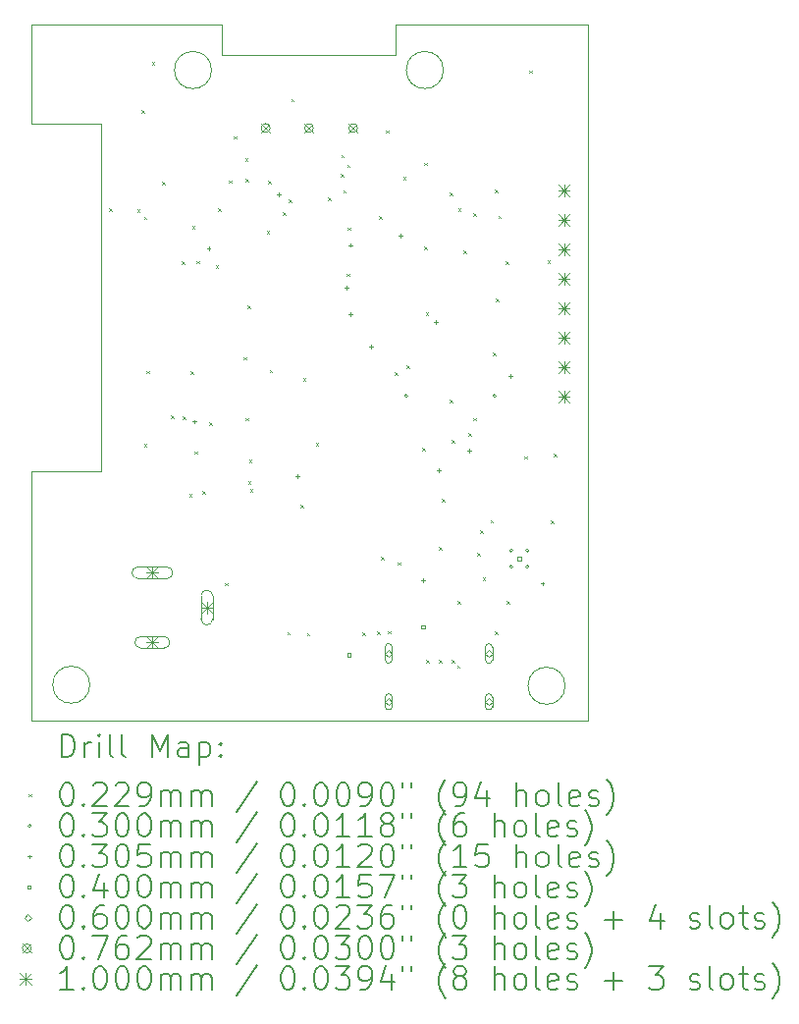
<source format=gbr>
%TF.GenerationSoftware,KiCad,Pcbnew,7.0.10*%
%TF.CreationDate,2024-03-09T07:06:31+08:00*%
%TF.ProjectId,ESP32Sensor-Sensor_board,45535033-3253-4656-9e73-6f722d53656e,rev?*%
%TF.SameCoordinates,Original*%
%TF.FileFunction,Drillmap*%
%TF.FilePolarity,Positive*%
%FSLAX45Y45*%
G04 Gerber Fmt 4.5, Leading zero omitted, Abs format (unit mm)*
G04 Created by KiCad (PCBNEW 7.0.10) date 2024-03-09 07:06:31*
%MOMM*%
%LPD*%
G01*
G04 APERTURE LIST*
%ADD10C,0.100000*%
%ADD11C,0.200000*%
G04 APERTURE END LIST*
D10*
X17500000Y-13400000D02*
X12700000Y-13400000D01*
X12700000Y-8250000D02*
X13300000Y-8250000D01*
X14250000Y-7790000D02*
G75*
G03*
X13930000Y-7790000I-160000J0D01*
G01*
X13930000Y-7790000D02*
G75*
G03*
X14250000Y-7790000I160000J0D01*
G01*
X17300000Y-13100000D02*
G75*
G03*
X16980000Y-13100000I-160000J0D01*
G01*
X16980000Y-13100000D02*
G75*
G03*
X17300000Y-13100000I160000J0D01*
G01*
X17500000Y-7400000D02*
X17500000Y-13400000D01*
X13300000Y-11250000D02*
X12700000Y-11250000D01*
X14340000Y-7660000D02*
X14340000Y-7400000D01*
X12700000Y-11250000D02*
X12700000Y-13400000D01*
X13200000Y-13091200D02*
G75*
G03*
X12880000Y-13091200I-160000J0D01*
G01*
X12880000Y-13091200D02*
G75*
G03*
X13200000Y-13091200I160000J0D01*
G01*
X17500000Y-7400000D02*
X15840000Y-7400000D01*
X13300000Y-8250000D02*
X13300000Y-11250000D01*
X15840000Y-7400000D02*
X15840000Y-7660000D01*
X12700000Y-7400000D02*
X14340000Y-7400000D01*
X12700000Y-7400000D02*
X12700000Y-8250000D01*
X15840000Y-7660000D02*
X14340000Y-7660000D01*
X16250000Y-7790000D02*
G75*
G03*
X15930000Y-7790000I-160000J0D01*
G01*
X15930000Y-7790000D02*
G75*
G03*
X16250000Y-7790000I160000J0D01*
G01*
D11*
D10*
X13368270Y-8983740D02*
X13391130Y-9006600D01*
X13391130Y-8983740D02*
X13368270Y-9006600D01*
X13607970Y-8993140D02*
X13630830Y-9016000D01*
X13630830Y-8993140D02*
X13607970Y-9016000D01*
X13648570Y-8133570D02*
X13671430Y-8156430D01*
X13671430Y-8133570D02*
X13648570Y-8156430D01*
X13667570Y-9053740D02*
X13690430Y-9076600D01*
X13690430Y-9053740D02*
X13667570Y-9076600D01*
X13668570Y-11016070D02*
X13691430Y-11038930D01*
X13691430Y-11016070D02*
X13668570Y-11038930D01*
X13691190Y-10384000D02*
X13714050Y-10406860D01*
X13714050Y-10384000D02*
X13691190Y-10406860D01*
X13736070Y-7721070D02*
X13758930Y-7743930D01*
X13758930Y-7721070D02*
X13736070Y-7743930D01*
X13825070Y-8752380D02*
X13847930Y-8775240D01*
X13847930Y-8752380D02*
X13825070Y-8775240D01*
X13898570Y-10766070D02*
X13921430Y-10788930D01*
X13921430Y-10766070D02*
X13898570Y-10788930D01*
X13991270Y-9441500D02*
X14014130Y-9464360D01*
X14014130Y-9441500D02*
X13991270Y-9464360D01*
X14001070Y-10778570D02*
X14023930Y-10801430D01*
X14023930Y-10778570D02*
X14001070Y-10801430D01*
X14057670Y-11446470D02*
X14080530Y-11469330D01*
X14080530Y-11446470D02*
X14057670Y-11469330D01*
X14070490Y-10390770D02*
X14093350Y-10413630D01*
X14093350Y-10390770D02*
X14070490Y-10413630D01*
X14081070Y-9136070D02*
X14103930Y-9158930D01*
X14103930Y-9136070D02*
X14081070Y-9158930D01*
X14102870Y-11077370D02*
X14125730Y-11100230D01*
X14125730Y-11077370D02*
X14102870Y-11100230D01*
X14118670Y-9436490D02*
X14141530Y-9459350D01*
X14141530Y-9436490D02*
X14118670Y-9459350D01*
X14168970Y-11419370D02*
X14191830Y-11442230D01*
X14191830Y-11419370D02*
X14168970Y-11442230D01*
X14231070Y-10828570D02*
X14253930Y-10851430D01*
X14253930Y-10828570D02*
X14231070Y-10851430D01*
X14285570Y-9473570D02*
X14308430Y-9496430D01*
X14308430Y-9473570D02*
X14285570Y-9496430D01*
X14306770Y-8980450D02*
X14329630Y-9003310D01*
X14329630Y-8980450D02*
X14306770Y-9003310D01*
X14364970Y-12212570D02*
X14387830Y-12235430D01*
X14387830Y-12212570D02*
X14364970Y-12235430D01*
X14402370Y-8742440D02*
X14425230Y-8765300D01*
X14425230Y-8742440D02*
X14402370Y-8765300D01*
X14443570Y-8361070D02*
X14466430Y-8383930D01*
X14466430Y-8361070D02*
X14443570Y-8383930D01*
X14526570Y-10265570D02*
X14549430Y-10288430D01*
X14549430Y-10265570D02*
X14526570Y-10288430D01*
X14538670Y-8551720D02*
X14561530Y-8574580D01*
X14561530Y-8551720D02*
X14538670Y-8574580D01*
X14540970Y-10789770D02*
X14563830Y-10812630D01*
X14563830Y-10789770D02*
X14540970Y-10812630D01*
X14541270Y-8730695D02*
X14564130Y-8753555D01*
X14564130Y-8730695D02*
X14541270Y-8753555D01*
X14559200Y-9821470D02*
X14582060Y-9844330D01*
X14582060Y-9821470D02*
X14559200Y-9844330D01*
X14566070Y-11337270D02*
X14588930Y-11360130D01*
X14588930Y-11337270D02*
X14566070Y-11360130D01*
X14573270Y-11147970D02*
X14596130Y-11170830D01*
X14596130Y-11147970D02*
X14573270Y-11170830D01*
X14580660Y-11403640D02*
X14603520Y-11426500D01*
X14603520Y-11403640D02*
X14580660Y-11426500D01*
X14726070Y-9178570D02*
X14748930Y-9201430D01*
X14748930Y-9178570D02*
X14726070Y-9201430D01*
X14736070Y-8746070D02*
X14758930Y-8768930D01*
X14758930Y-8746070D02*
X14736070Y-8768930D01*
X14750470Y-10374470D02*
X14773330Y-10397330D01*
X14773330Y-10374470D02*
X14750470Y-10397330D01*
X14862570Y-9016570D02*
X14885430Y-9039430D01*
X14885430Y-9016570D02*
X14862570Y-9039430D01*
X14903570Y-12636070D02*
X14926430Y-12658930D01*
X14926430Y-12636070D02*
X14903570Y-12658930D01*
X14916270Y-8907030D02*
X14939130Y-8929890D01*
X14939130Y-8907030D02*
X14916270Y-8929890D01*
X14936730Y-8038300D02*
X14959590Y-8061160D01*
X14959590Y-8038300D02*
X14936730Y-8061160D01*
X15015170Y-11537970D02*
X15038030Y-11560830D01*
X15038030Y-11537970D02*
X15015170Y-11560830D01*
X15039970Y-10447170D02*
X15062830Y-10470030D01*
X15062830Y-10447170D02*
X15039970Y-10470030D01*
X15073570Y-12643570D02*
X15096430Y-12666430D01*
X15096430Y-12643570D02*
X15073570Y-12666430D01*
X15149570Y-11007270D02*
X15172430Y-11030130D01*
X15172430Y-11007270D02*
X15149570Y-11030130D01*
X15253570Y-8891070D02*
X15276430Y-8913930D01*
X15276430Y-8891070D02*
X15253570Y-8913930D01*
X15362170Y-8688070D02*
X15385030Y-8710930D01*
X15385030Y-8688070D02*
X15362170Y-8710930D01*
X15369070Y-8521420D02*
X15391930Y-8544280D01*
X15391930Y-8521420D02*
X15369070Y-8544280D01*
X15384970Y-8825400D02*
X15407830Y-8848260D01*
X15407830Y-8825400D02*
X15384970Y-8848260D01*
X15418570Y-9546070D02*
X15441430Y-9568930D01*
X15441430Y-9546070D02*
X15418570Y-9568930D01*
X15420270Y-8604710D02*
X15443130Y-8627570D01*
X15443130Y-8604710D02*
X15420270Y-8627570D01*
X15421770Y-9147960D02*
X15444630Y-9170820D01*
X15444630Y-9147960D02*
X15421770Y-9170820D01*
X15553950Y-12638670D02*
X15576810Y-12661530D01*
X15576810Y-12638670D02*
X15553950Y-12661530D01*
X15678570Y-12631070D02*
X15701430Y-12653930D01*
X15701430Y-12631070D02*
X15678570Y-12653930D01*
X15695170Y-9052130D02*
X15718030Y-9074990D01*
X15718030Y-9052130D02*
X15695170Y-9074990D01*
X15711520Y-11986890D02*
X15734380Y-12009750D01*
X15734380Y-11986890D02*
X15711520Y-12009750D01*
X15756870Y-8309610D02*
X15779730Y-8332470D01*
X15779730Y-8309610D02*
X15756870Y-8332470D01*
X15768570Y-12627570D02*
X15791430Y-12650430D01*
X15791430Y-12627570D02*
X15768570Y-12650430D01*
X15832570Y-10394570D02*
X15855430Y-10417430D01*
X15855430Y-10394570D02*
X15832570Y-10417430D01*
X15855520Y-12035780D02*
X15878380Y-12058640D01*
X15878380Y-12035780D02*
X15855520Y-12058640D01*
X15903570Y-8711070D02*
X15926430Y-8733930D01*
X15926430Y-8711070D02*
X15903570Y-8733930D01*
X15930570Y-10338570D02*
X15953430Y-10361430D01*
X15953430Y-10338570D02*
X15930570Y-10361430D01*
X16070570Y-11049870D02*
X16093430Y-11072730D01*
X16093430Y-11049870D02*
X16070570Y-11072730D01*
X16087070Y-8589010D02*
X16109930Y-8611870D01*
X16109930Y-8589010D02*
X16087070Y-8611870D01*
X16087070Y-9315450D02*
X16109930Y-9338310D01*
X16109930Y-9315450D02*
X16087070Y-9338310D01*
X16098570Y-9878570D02*
X16121430Y-9901430D01*
X16121430Y-9878570D02*
X16098570Y-9901430D01*
X16101570Y-12879970D02*
X16124430Y-12902830D01*
X16124430Y-12879970D02*
X16101570Y-12902830D01*
X16210070Y-12878270D02*
X16232930Y-12901130D01*
X16232930Y-12878270D02*
X16210070Y-12901130D01*
X16211570Y-11903570D02*
X16234430Y-11926430D01*
X16234430Y-11903570D02*
X16211570Y-11926430D01*
X16236070Y-11491070D02*
X16258930Y-11513930D01*
X16258930Y-11491070D02*
X16236070Y-11513930D01*
X16303570Y-10631070D02*
X16326430Y-10653930D01*
X16326430Y-10631070D02*
X16303570Y-10653930D01*
X16304670Y-8849630D02*
X16327530Y-8872490D01*
X16327530Y-8849630D02*
X16304670Y-8872490D01*
X16320970Y-12878070D02*
X16343830Y-12900930D01*
X16343830Y-12878070D02*
X16320970Y-12900930D01*
X16324070Y-10978970D02*
X16346930Y-11001830D01*
X16346930Y-10978970D02*
X16324070Y-11001830D01*
X16367570Y-12922570D02*
X16390430Y-12945430D01*
X16390430Y-12922570D02*
X16367570Y-12945430D01*
X16371670Y-12367470D02*
X16394530Y-12390330D01*
X16394530Y-12367470D02*
X16371670Y-12390330D01*
X16376670Y-8982710D02*
X16399530Y-9005570D01*
X16399530Y-8982710D02*
X16376670Y-9005570D01*
X16424570Y-9346570D02*
X16447430Y-9369430D01*
X16447430Y-9346570D02*
X16424570Y-9369430D01*
X16468370Y-10923770D02*
X16491230Y-10946630D01*
X16491230Y-10923770D02*
X16468370Y-10946630D01*
X16509570Y-9022650D02*
X16532430Y-9045510D01*
X16532430Y-9022650D02*
X16509570Y-9045510D01*
X16509570Y-10789470D02*
X16532430Y-10812330D01*
X16532430Y-10789470D02*
X16509570Y-10812330D01*
X16544470Y-11955170D02*
X16567330Y-11978030D01*
X16567330Y-11955170D02*
X16544470Y-11978030D01*
X16566070Y-11758570D02*
X16588930Y-11781430D01*
X16588930Y-11758570D02*
X16566070Y-11781430D01*
X16589570Y-12168570D02*
X16612430Y-12191430D01*
X16612430Y-12168570D02*
X16589570Y-12191430D01*
X16657270Y-11671470D02*
X16680130Y-11694330D01*
X16680130Y-11671470D02*
X16657270Y-11694330D01*
X16676370Y-10227270D02*
X16699230Y-10250130D01*
X16699230Y-10227270D02*
X16676370Y-10250130D01*
X16692570Y-12629570D02*
X16715430Y-12652430D01*
X16715430Y-12629570D02*
X16692570Y-12652430D01*
X16694170Y-8822690D02*
X16717030Y-8845550D01*
X16717030Y-8822690D02*
X16694170Y-8845550D01*
X16704270Y-9762490D02*
X16727130Y-9785350D01*
X16727130Y-9762490D02*
X16704270Y-9785350D01*
X16724670Y-9046210D02*
X16747530Y-9069070D01*
X16747530Y-9046210D02*
X16724670Y-9069070D01*
X16789620Y-9436960D02*
X16812480Y-9459820D01*
X16812480Y-9436960D02*
X16789620Y-9459820D01*
X16795770Y-12369570D02*
X16818630Y-12392430D01*
X16818630Y-12369570D02*
X16795770Y-12392430D01*
X16950970Y-11119570D02*
X16973830Y-11142430D01*
X16973830Y-11119570D02*
X16950970Y-11142430D01*
X16988570Y-7793570D02*
X17011430Y-7816430D01*
X17011430Y-7793570D02*
X16988570Y-7816430D01*
X17146070Y-9433570D02*
X17168930Y-9456430D01*
X17168930Y-9433570D02*
X17146070Y-9456430D01*
X17175740Y-11672180D02*
X17198600Y-11695040D01*
X17198600Y-11672180D02*
X17175740Y-11695040D01*
X17203670Y-11098570D02*
X17226530Y-11121430D01*
X17226530Y-11098570D02*
X17203670Y-11121430D01*
X15945000Y-10601250D02*
G75*
G03*
X15915000Y-10601250I-15000J0D01*
G01*
X15915000Y-10601250D02*
G75*
G03*
X15945000Y-10601250I15000J0D01*
G01*
X16705000Y-10601250D02*
G75*
G03*
X16675000Y-10601250I-15000J0D01*
G01*
X16675000Y-10601250D02*
G75*
G03*
X16705000Y-10601250I15000J0D01*
G01*
X16850000Y-11935000D02*
G75*
G03*
X16820000Y-11935000I-15000J0D01*
G01*
X16820000Y-11935000D02*
G75*
G03*
X16850000Y-11935000I15000J0D01*
G01*
X16850000Y-12075000D02*
G75*
G03*
X16820000Y-12075000I-15000J0D01*
G01*
X16820000Y-12075000D02*
G75*
G03*
X16850000Y-12075000I15000J0D01*
G01*
X16990000Y-11935000D02*
G75*
G03*
X16960000Y-11935000I-15000J0D01*
G01*
X16960000Y-11935000D02*
G75*
G03*
X16990000Y-11935000I15000J0D01*
G01*
X16990000Y-12075000D02*
G75*
G03*
X16960000Y-12075000I-15000J0D01*
G01*
X16960000Y-12075000D02*
G75*
G03*
X16990000Y-12075000I15000J0D01*
G01*
X14104420Y-10806410D02*
X14104420Y-10836890D01*
X14089180Y-10821650D02*
X14119660Y-10821650D01*
X14225200Y-9311800D02*
X14225200Y-9342280D01*
X14209960Y-9327040D02*
X14240440Y-9327040D01*
X14832000Y-8849490D02*
X14832000Y-8879970D01*
X14816760Y-8864730D02*
X14847240Y-8864730D01*
X14990600Y-11276560D02*
X14990600Y-11307040D01*
X14975360Y-11291800D02*
X15005840Y-11291800D01*
X15414000Y-9649800D02*
X15414000Y-9680280D01*
X15398760Y-9665040D02*
X15429240Y-9665040D01*
X15450200Y-9284670D02*
X15450200Y-9315150D01*
X15434960Y-9299910D02*
X15465440Y-9299910D01*
X15450200Y-9881460D02*
X15450200Y-9911940D01*
X15434960Y-9896700D02*
X15465440Y-9896700D01*
X15627100Y-10160260D02*
X15627100Y-10190740D01*
X15611860Y-10175500D02*
X15642340Y-10175500D01*
X15879100Y-9202510D02*
X15879100Y-9232990D01*
X15863860Y-9217750D02*
X15894340Y-9217750D01*
X16075000Y-12174760D02*
X16075000Y-12205240D01*
X16059760Y-12190000D02*
X16090240Y-12190000D01*
X16185000Y-9947260D02*
X16185000Y-9977740D01*
X16169760Y-9962500D02*
X16200240Y-9962500D01*
X16208100Y-11224160D02*
X16208100Y-11254640D01*
X16192860Y-11239400D02*
X16223340Y-11239400D01*
X16472400Y-11059260D02*
X16472400Y-11089740D01*
X16457160Y-11074500D02*
X16487640Y-11074500D01*
X16830790Y-10411430D02*
X16830790Y-10441910D01*
X16815550Y-10426670D02*
X16846030Y-10426670D01*
X17104180Y-12203590D02*
X17104180Y-12234070D01*
X17088940Y-12218830D02*
X17119420Y-12218830D01*
X15447642Y-12846342D02*
X15447642Y-12818058D01*
X15419358Y-12818058D01*
X15419358Y-12846342D01*
X15447642Y-12846342D01*
X16088142Y-12609142D02*
X16088142Y-12580858D01*
X16059858Y-12580858D01*
X16059858Y-12609142D01*
X16088142Y-12609142D01*
X16919142Y-12019142D02*
X16919142Y-11990858D01*
X16890858Y-11990858D01*
X16890858Y-12019142D01*
X16919142Y-12019142D01*
X15778000Y-12851000D02*
X15808000Y-12821000D01*
X15778000Y-12791000D01*
X15748000Y-12821000D01*
X15778000Y-12851000D01*
X15748000Y-12766000D02*
X15748000Y-12876000D01*
X15748000Y-12876000D02*
G75*
G03*
X15808000Y-12876000I30000J0D01*
G01*
X15808000Y-12876000D02*
X15808000Y-12766000D01*
X15808000Y-12766000D02*
G75*
G03*
X15748000Y-12766000I-30000J0D01*
G01*
X15778000Y-13269000D02*
X15808000Y-13239000D01*
X15778000Y-13209000D01*
X15748000Y-13239000D01*
X15778000Y-13269000D01*
X15748000Y-13199000D02*
X15748000Y-13279000D01*
X15748000Y-13279000D02*
G75*
G03*
X15808000Y-13279000I30000J0D01*
G01*
X15808000Y-13279000D02*
X15808000Y-13199000D01*
X15808000Y-13199000D02*
G75*
G03*
X15748000Y-13199000I-30000J0D01*
G01*
X16642000Y-12851000D02*
X16672000Y-12821000D01*
X16642000Y-12791000D01*
X16612000Y-12821000D01*
X16642000Y-12851000D01*
X16612000Y-12766000D02*
X16612000Y-12876000D01*
X16612000Y-12876000D02*
G75*
G03*
X16672000Y-12876000I30000J0D01*
G01*
X16672000Y-12876000D02*
X16672000Y-12766000D01*
X16672000Y-12766000D02*
G75*
G03*
X16612000Y-12766000I-30000J0D01*
G01*
X16642000Y-13269000D02*
X16672000Y-13239000D01*
X16642000Y-13209000D01*
X16612000Y-13239000D01*
X16642000Y-13269000D01*
X16612000Y-13199000D02*
X16612000Y-13279000D01*
X16612000Y-13279000D02*
G75*
G03*
X16672000Y-13279000I30000J0D01*
G01*
X16672000Y-13279000D02*
X16672000Y-13199000D01*
X16672000Y-13199000D02*
G75*
G03*
X16612000Y-13199000I-30000J0D01*
G01*
X14678900Y-8252350D02*
X14755100Y-8328550D01*
X14755100Y-8252350D02*
X14678900Y-8328550D01*
X14755100Y-8290450D02*
G75*
G03*
X14678900Y-8290450I-38100J0D01*
G01*
X14678900Y-8290450D02*
G75*
G03*
X14755100Y-8290450I38100J0D01*
G01*
X15053550Y-8252350D02*
X15129750Y-8328550D01*
X15129750Y-8252350D02*
X15053550Y-8328550D01*
X15129750Y-8290450D02*
G75*
G03*
X15053550Y-8290450I-38100J0D01*
G01*
X15053550Y-8290450D02*
G75*
G03*
X15129750Y-8290450I38100J0D01*
G01*
X15434550Y-8252350D02*
X15510750Y-8328550D01*
X15510750Y-8252350D02*
X15434550Y-8328550D01*
X15510750Y-8290450D02*
G75*
G03*
X15434550Y-8290450I-38100J0D01*
G01*
X15434550Y-8290450D02*
G75*
G03*
X15510750Y-8290450I38100J0D01*
G01*
X13690000Y-12075000D02*
X13790000Y-12175000D01*
X13790000Y-12075000D02*
X13690000Y-12175000D01*
X13740000Y-12075000D02*
X13740000Y-12175000D01*
X13690000Y-12125000D02*
X13790000Y-12125000D01*
X13615000Y-12175000D02*
X13865000Y-12175000D01*
X13865000Y-12175000D02*
G75*
G03*
X13865000Y-12075000I0J50000D01*
G01*
X13865000Y-12075000D02*
X13615000Y-12075000D01*
X13615000Y-12075000D02*
G75*
G03*
X13615000Y-12175000I0J-50000D01*
G01*
X13690000Y-12675000D02*
X13790000Y-12775000D01*
X13790000Y-12675000D02*
X13690000Y-12775000D01*
X13740000Y-12675000D02*
X13740000Y-12775000D01*
X13690000Y-12725000D02*
X13790000Y-12725000D01*
X13640000Y-12775000D02*
X13840000Y-12775000D01*
X13840000Y-12775000D02*
G75*
G03*
X13840000Y-12675000I0J50000D01*
G01*
X13840000Y-12675000D02*
X13640000Y-12675000D01*
X13640000Y-12675000D02*
G75*
G03*
X13640000Y-12775000I0J-50000D01*
G01*
X14160000Y-12375000D02*
X14260000Y-12475000D01*
X14260000Y-12375000D02*
X14160000Y-12475000D01*
X14210000Y-12375000D02*
X14210000Y-12475000D01*
X14160000Y-12425000D02*
X14260000Y-12425000D01*
X14160000Y-12325000D02*
X14160000Y-12525000D01*
X14160000Y-12525000D02*
G75*
G03*
X14260000Y-12525000I50000J0D01*
G01*
X14260000Y-12525000D02*
X14260000Y-12325000D01*
X14260000Y-12325000D02*
G75*
G03*
X14160000Y-12325000I-50000J0D01*
G01*
X17240000Y-8778000D02*
X17340000Y-8878000D01*
X17340000Y-8778000D02*
X17240000Y-8878000D01*
X17290000Y-8778000D02*
X17290000Y-8878000D01*
X17240000Y-8828000D02*
X17340000Y-8828000D01*
X17240000Y-9032000D02*
X17340000Y-9132000D01*
X17340000Y-9032000D02*
X17240000Y-9132000D01*
X17290000Y-9032000D02*
X17290000Y-9132000D01*
X17240000Y-9082000D02*
X17340000Y-9082000D01*
X17240000Y-9286000D02*
X17340000Y-9386000D01*
X17340000Y-9286000D02*
X17240000Y-9386000D01*
X17290000Y-9286000D02*
X17290000Y-9386000D01*
X17240000Y-9336000D02*
X17340000Y-9336000D01*
X17240000Y-9540000D02*
X17340000Y-9640000D01*
X17340000Y-9540000D02*
X17240000Y-9640000D01*
X17290000Y-9540000D02*
X17290000Y-9640000D01*
X17240000Y-9590000D02*
X17340000Y-9590000D01*
X17240000Y-9794000D02*
X17340000Y-9894000D01*
X17340000Y-9794000D02*
X17240000Y-9894000D01*
X17290000Y-9794000D02*
X17290000Y-9894000D01*
X17240000Y-9844000D02*
X17340000Y-9844000D01*
X17240000Y-10048000D02*
X17340000Y-10148000D01*
X17340000Y-10048000D02*
X17240000Y-10148000D01*
X17290000Y-10048000D02*
X17290000Y-10148000D01*
X17240000Y-10098000D02*
X17340000Y-10098000D01*
X17240000Y-10302000D02*
X17340000Y-10402000D01*
X17340000Y-10302000D02*
X17240000Y-10402000D01*
X17290000Y-10302000D02*
X17290000Y-10402000D01*
X17240000Y-10352000D02*
X17340000Y-10352000D01*
X17240000Y-10556000D02*
X17340000Y-10656000D01*
X17340000Y-10556000D02*
X17240000Y-10656000D01*
X17290000Y-10556000D02*
X17290000Y-10656000D01*
X17240000Y-10606000D02*
X17340000Y-10606000D01*
D11*
X12955777Y-13716484D02*
X12955777Y-13516484D01*
X12955777Y-13516484D02*
X13003396Y-13516484D01*
X13003396Y-13516484D02*
X13031967Y-13526008D01*
X13031967Y-13526008D02*
X13051015Y-13545055D01*
X13051015Y-13545055D02*
X13060539Y-13564103D01*
X13060539Y-13564103D02*
X13070062Y-13602198D01*
X13070062Y-13602198D02*
X13070062Y-13630769D01*
X13070062Y-13630769D02*
X13060539Y-13668865D01*
X13060539Y-13668865D02*
X13051015Y-13687912D01*
X13051015Y-13687912D02*
X13031967Y-13706960D01*
X13031967Y-13706960D02*
X13003396Y-13716484D01*
X13003396Y-13716484D02*
X12955777Y-13716484D01*
X13155777Y-13716484D02*
X13155777Y-13583150D01*
X13155777Y-13621246D02*
X13165301Y-13602198D01*
X13165301Y-13602198D02*
X13174824Y-13592674D01*
X13174824Y-13592674D02*
X13193872Y-13583150D01*
X13193872Y-13583150D02*
X13212920Y-13583150D01*
X13279586Y-13716484D02*
X13279586Y-13583150D01*
X13279586Y-13516484D02*
X13270062Y-13526008D01*
X13270062Y-13526008D02*
X13279586Y-13535531D01*
X13279586Y-13535531D02*
X13289110Y-13526008D01*
X13289110Y-13526008D02*
X13279586Y-13516484D01*
X13279586Y-13516484D02*
X13279586Y-13535531D01*
X13403396Y-13716484D02*
X13384348Y-13706960D01*
X13384348Y-13706960D02*
X13374824Y-13687912D01*
X13374824Y-13687912D02*
X13374824Y-13516484D01*
X13508158Y-13716484D02*
X13489110Y-13706960D01*
X13489110Y-13706960D02*
X13479586Y-13687912D01*
X13479586Y-13687912D02*
X13479586Y-13516484D01*
X13736729Y-13716484D02*
X13736729Y-13516484D01*
X13736729Y-13516484D02*
X13803396Y-13659341D01*
X13803396Y-13659341D02*
X13870062Y-13516484D01*
X13870062Y-13516484D02*
X13870062Y-13716484D01*
X14051015Y-13716484D02*
X14051015Y-13611722D01*
X14051015Y-13611722D02*
X14041491Y-13592674D01*
X14041491Y-13592674D02*
X14022443Y-13583150D01*
X14022443Y-13583150D02*
X13984348Y-13583150D01*
X13984348Y-13583150D02*
X13965301Y-13592674D01*
X14051015Y-13706960D02*
X14031967Y-13716484D01*
X14031967Y-13716484D02*
X13984348Y-13716484D01*
X13984348Y-13716484D02*
X13965301Y-13706960D01*
X13965301Y-13706960D02*
X13955777Y-13687912D01*
X13955777Y-13687912D02*
X13955777Y-13668865D01*
X13955777Y-13668865D02*
X13965301Y-13649817D01*
X13965301Y-13649817D02*
X13984348Y-13640293D01*
X13984348Y-13640293D02*
X14031967Y-13640293D01*
X14031967Y-13640293D02*
X14051015Y-13630769D01*
X14146253Y-13583150D02*
X14146253Y-13783150D01*
X14146253Y-13592674D02*
X14165301Y-13583150D01*
X14165301Y-13583150D02*
X14203396Y-13583150D01*
X14203396Y-13583150D02*
X14222443Y-13592674D01*
X14222443Y-13592674D02*
X14231967Y-13602198D01*
X14231967Y-13602198D02*
X14241491Y-13621246D01*
X14241491Y-13621246D02*
X14241491Y-13678388D01*
X14241491Y-13678388D02*
X14231967Y-13697436D01*
X14231967Y-13697436D02*
X14222443Y-13706960D01*
X14222443Y-13706960D02*
X14203396Y-13716484D01*
X14203396Y-13716484D02*
X14165301Y-13716484D01*
X14165301Y-13716484D02*
X14146253Y-13706960D01*
X14327205Y-13697436D02*
X14336729Y-13706960D01*
X14336729Y-13706960D02*
X14327205Y-13716484D01*
X14327205Y-13716484D02*
X14317682Y-13706960D01*
X14317682Y-13706960D02*
X14327205Y-13697436D01*
X14327205Y-13697436D02*
X14327205Y-13716484D01*
X14327205Y-13592674D02*
X14336729Y-13602198D01*
X14336729Y-13602198D02*
X14327205Y-13611722D01*
X14327205Y-13611722D02*
X14317682Y-13602198D01*
X14317682Y-13602198D02*
X14327205Y-13592674D01*
X14327205Y-13592674D02*
X14327205Y-13611722D01*
D10*
X12672140Y-14033570D02*
X12695000Y-14056430D01*
X12695000Y-14033570D02*
X12672140Y-14056430D01*
D11*
X12993872Y-13936484D02*
X13012920Y-13936484D01*
X13012920Y-13936484D02*
X13031967Y-13946008D01*
X13031967Y-13946008D02*
X13041491Y-13955531D01*
X13041491Y-13955531D02*
X13051015Y-13974579D01*
X13051015Y-13974579D02*
X13060539Y-14012674D01*
X13060539Y-14012674D02*
X13060539Y-14060293D01*
X13060539Y-14060293D02*
X13051015Y-14098388D01*
X13051015Y-14098388D02*
X13041491Y-14117436D01*
X13041491Y-14117436D02*
X13031967Y-14126960D01*
X13031967Y-14126960D02*
X13012920Y-14136484D01*
X13012920Y-14136484D02*
X12993872Y-14136484D01*
X12993872Y-14136484D02*
X12974824Y-14126960D01*
X12974824Y-14126960D02*
X12965301Y-14117436D01*
X12965301Y-14117436D02*
X12955777Y-14098388D01*
X12955777Y-14098388D02*
X12946253Y-14060293D01*
X12946253Y-14060293D02*
X12946253Y-14012674D01*
X12946253Y-14012674D02*
X12955777Y-13974579D01*
X12955777Y-13974579D02*
X12965301Y-13955531D01*
X12965301Y-13955531D02*
X12974824Y-13946008D01*
X12974824Y-13946008D02*
X12993872Y-13936484D01*
X13146253Y-14117436D02*
X13155777Y-14126960D01*
X13155777Y-14126960D02*
X13146253Y-14136484D01*
X13146253Y-14136484D02*
X13136729Y-14126960D01*
X13136729Y-14126960D02*
X13146253Y-14117436D01*
X13146253Y-14117436D02*
X13146253Y-14136484D01*
X13231967Y-13955531D02*
X13241491Y-13946008D01*
X13241491Y-13946008D02*
X13260539Y-13936484D01*
X13260539Y-13936484D02*
X13308158Y-13936484D01*
X13308158Y-13936484D02*
X13327205Y-13946008D01*
X13327205Y-13946008D02*
X13336729Y-13955531D01*
X13336729Y-13955531D02*
X13346253Y-13974579D01*
X13346253Y-13974579D02*
X13346253Y-13993627D01*
X13346253Y-13993627D02*
X13336729Y-14022198D01*
X13336729Y-14022198D02*
X13222443Y-14136484D01*
X13222443Y-14136484D02*
X13346253Y-14136484D01*
X13422443Y-13955531D02*
X13431967Y-13946008D01*
X13431967Y-13946008D02*
X13451015Y-13936484D01*
X13451015Y-13936484D02*
X13498634Y-13936484D01*
X13498634Y-13936484D02*
X13517682Y-13946008D01*
X13517682Y-13946008D02*
X13527205Y-13955531D01*
X13527205Y-13955531D02*
X13536729Y-13974579D01*
X13536729Y-13974579D02*
X13536729Y-13993627D01*
X13536729Y-13993627D02*
X13527205Y-14022198D01*
X13527205Y-14022198D02*
X13412920Y-14136484D01*
X13412920Y-14136484D02*
X13536729Y-14136484D01*
X13631967Y-14136484D02*
X13670062Y-14136484D01*
X13670062Y-14136484D02*
X13689110Y-14126960D01*
X13689110Y-14126960D02*
X13698634Y-14117436D01*
X13698634Y-14117436D02*
X13717682Y-14088865D01*
X13717682Y-14088865D02*
X13727205Y-14050769D01*
X13727205Y-14050769D02*
X13727205Y-13974579D01*
X13727205Y-13974579D02*
X13717682Y-13955531D01*
X13717682Y-13955531D02*
X13708158Y-13946008D01*
X13708158Y-13946008D02*
X13689110Y-13936484D01*
X13689110Y-13936484D02*
X13651015Y-13936484D01*
X13651015Y-13936484D02*
X13631967Y-13946008D01*
X13631967Y-13946008D02*
X13622443Y-13955531D01*
X13622443Y-13955531D02*
X13612920Y-13974579D01*
X13612920Y-13974579D02*
X13612920Y-14022198D01*
X13612920Y-14022198D02*
X13622443Y-14041246D01*
X13622443Y-14041246D02*
X13631967Y-14050769D01*
X13631967Y-14050769D02*
X13651015Y-14060293D01*
X13651015Y-14060293D02*
X13689110Y-14060293D01*
X13689110Y-14060293D02*
X13708158Y-14050769D01*
X13708158Y-14050769D02*
X13717682Y-14041246D01*
X13717682Y-14041246D02*
X13727205Y-14022198D01*
X13812920Y-14136484D02*
X13812920Y-14003150D01*
X13812920Y-14022198D02*
X13822443Y-14012674D01*
X13822443Y-14012674D02*
X13841491Y-14003150D01*
X13841491Y-14003150D02*
X13870063Y-14003150D01*
X13870063Y-14003150D02*
X13889110Y-14012674D01*
X13889110Y-14012674D02*
X13898634Y-14031722D01*
X13898634Y-14031722D02*
X13898634Y-14136484D01*
X13898634Y-14031722D02*
X13908158Y-14012674D01*
X13908158Y-14012674D02*
X13927205Y-14003150D01*
X13927205Y-14003150D02*
X13955777Y-14003150D01*
X13955777Y-14003150D02*
X13974824Y-14012674D01*
X13974824Y-14012674D02*
X13984348Y-14031722D01*
X13984348Y-14031722D02*
X13984348Y-14136484D01*
X14079586Y-14136484D02*
X14079586Y-14003150D01*
X14079586Y-14022198D02*
X14089110Y-14012674D01*
X14089110Y-14012674D02*
X14108158Y-14003150D01*
X14108158Y-14003150D02*
X14136729Y-14003150D01*
X14136729Y-14003150D02*
X14155777Y-14012674D01*
X14155777Y-14012674D02*
X14165301Y-14031722D01*
X14165301Y-14031722D02*
X14165301Y-14136484D01*
X14165301Y-14031722D02*
X14174824Y-14012674D01*
X14174824Y-14012674D02*
X14193872Y-14003150D01*
X14193872Y-14003150D02*
X14222443Y-14003150D01*
X14222443Y-14003150D02*
X14241491Y-14012674D01*
X14241491Y-14012674D02*
X14251015Y-14031722D01*
X14251015Y-14031722D02*
X14251015Y-14136484D01*
X14641491Y-13926960D02*
X14470063Y-14184103D01*
X14898634Y-13936484D02*
X14917682Y-13936484D01*
X14917682Y-13936484D02*
X14936729Y-13946008D01*
X14936729Y-13946008D02*
X14946253Y-13955531D01*
X14946253Y-13955531D02*
X14955777Y-13974579D01*
X14955777Y-13974579D02*
X14965301Y-14012674D01*
X14965301Y-14012674D02*
X14965301Y-14060293D01*
X14965301Y-14060293D02*
X14955777Y-14098388D01*
X14955777Y-14098388D02*
X14946253Y-14117436D01*
X14946253Y-14117436D02*
X14936729Y-14126960D01*
X14936729Y-14126960D02*
X14917682Y-14136484D01*
X14917682Y-14136484D02*
X14898634Y-14136484D01*
X14898634Y-14136484D02*
X14879586Y-14126960D01*
X14879586Y-14126960D02*
X14870063Y-14117436D01*
X14870063Y-14117436D02*
X14860539Y-14098388D01*
X14860539Y-14098388D02*
X14851015Y-14060293D01*
X14851015Y-14060293D02*
X14851015Y-14012674D01*
X14851015Y-14012674D02*
X14860539Y-13974579D01*
X14860539Y-13974579D02*
X14870063Y-13955531D01*
X14870063Y-13955531D02*
X14879586Y-13946008D01*
X14879586Y-13946008D02*
X14898634Y-13936484D01*
X15051015Y-14117436D02*
X15060539Y-14126960D01*
X15060539Y-14126960D02*
X15051015Y-14136484D01*
X15051015Y-14136484D02*
X15041491Y-14126960D01*
X15041491Y-14126960D02*
X15051015Y-14117436D01*
X15051015Y-14117436D02*
X15051015Y-14136484D01*
X15184348Y-13936484D02*
X15203396Y-13936484D01*
X15203396Y-13936484D02*
X15222444Y-13946008D01*
X15222444Y-13946008D02*
X15231967Y-13955531D01*
X15231967Y-13955531D02*
X15241491Y-13974579D01*
X15241491Y-13974579D02*
X15251015Y-14012674D01*
X15251015Y-14012674D02*
X15251015Y-14060293D01*
X15251015Y-14060293D02*
X15241491Y-14098388D01*
X15241491Y-14098388D02*
X15231967Y-14117436D01*
X15231967Y-14117436D02*
X15222444Y-14126960D01*
X15222444Y-14126960D02*
X15203396Y-14136484D01*
X15203396Y-14136484D02*
X15184348Y-14136484D01*
X15184348Y-14136484D02*
X15165301Y-14126960D01*
X15165301Y-14126960D02*
X15155777Y-14117436D01*
X15155777Y-14117436D02*
X15146253Y-14098388D01*
X15146253Y-14098388D02*
X15136729Y-14060293D01*
X15136729Y-14060293D02*
X15136729Y-14012674D01*
X15136729Y-14012674D02*
X15146253Y-13974579D01*
X15146253Y-13974579D02*
X15155777Y-13955531D01*
X15155777Y-13955531D02*
X15165301Y-13946008D01*
X15165301Y-13946008D02*
X15184348Y-13936484D01*
X15374825Y-13936484D02*
X15393872Y-13936484D01*
X15393872Y-13936484D02*
X15412920Y-13946008D01*
X15412920Y-13946008D02*
X15422444Y-13955531D01*
X15422444Y-13955531D02*
X15431967Y-13974579D01*
X15431967Y-13974579D02*
X15441491Y-14012674D01*
X15441491Y-14012674D02*
X15441491Y-14060293D01*
X15441491Y-14060293D02*
X15431967Y-14098388D01*
X15431967Y-14098388D02*
X15422444Y-14117436D01*
X15422444Y-14117436D02*
X15412920Y-14126960D01*
X15412920Y-14126960D02*
X15393872Y-14136484D01*
X15393872Y-14136484D02*
X15374825Y-14136484D01*
X15374825Y-14136484D02*
X15355777Y-14126960D01*
X15355777Y-14126960D02*
X15346253Y-14117436D01*
X15346253Y-14117436D02*
X15336729Y-14098388D01*
X15336729Y-14098388D02*
X15327206Y-14060293D01*
X15327206Y-14060293D02*
X15327206Y-14012674D01*
X15327206Y-14012674D02*
X15336729Y-13974579D01*
X15336729Y-13974579D02*
X15346253Y-13955531D01*
X15346253Y-13955531D02*
X15355777Y-13946008D01*
X15355777Y-13946008D02*
X15374825Y-13936484D01*
X15536729Y-14136484D02*
X15574825Y-14136484D01*
X15574825Y-14136484D02*
X15593872Y-14126960D01*
X15593872Y-14126960D02*
X15603396Y-14117436D01*
X15603396Y-14117436D02*
X15622444Y-14088865D01*
X15622444Y-14088865D02*
X15631967Y-14050769D01*
X15631967Y-14050769D02*
X15631967Y-13974579D01*
X15631967Y-13974579D02*
X15622444Y-13955531D01*
X15622444Y-13955531D02*
X15612920Y-13946008D01*
X15612920Y-13946008D02*
X15593872Y-13936484D01*
X15593872Y-13936484D02*
X15555777Y-13936484D01*
X15555777Y-13936484D02*
X15536729Y-13946008D01*
X15536729Y-13946008D02*
X15527206Y-13955531D01*
X15527206Y-13955531D02*
X15517682Y-13974579D01*
X15517682Y-13974579D02*
X15517682Y-14022198D01*
X15517682Y-14022198D02*
X15527206Y-14041246D01*
X15527206Y-14041246D02*
X15536729Y-14050769D01*
X15536729Y-14050769D02*
X15555777Y-14060293D01*
X15555777Y-14060293D02*
X15593872Y-14060293D01*
X15593872Y-14060293D02*
X15612920Y-14050769D01*
X15612920Y-14050769D02*
X15622444Y-14041246D01*
X15622444Y-14041246D02*
X15631967Y-14022198D01*
X15755777Y-13936484D02*
X15774825Y-13936484D01*
X15774825Y-13936484D02*
X15793872Y-13946008D01*
X15793872Y-13946008D02*
X15803396Y-13955531D01*
X15803396Y-13955531D02*
X15812920Y-13974579D01*
X15812920Y-13974579D02*
X15822444Y-14012674D01*
X15822444Y-14012674D02*
X15822444Y-14060293D01*
X15822444Y-14060293D02*
X15812920Y-14098388D01*
X15812920Y-14098388D02*
X15803396Y-14117436D01*
X15803396Y-14117436D02*
X15793872Y-14126960D01*
X15793872Y-14126960D02*
X15774825Y-14136484D01*
X15774825Y-14136484D02*
X15755777Y-14136484D01*
X15755777Y-14136484D02*
X15736729Y-14126960D01*
X15736729Y-14126960D02*
X15727206Y-14117436D01*
X15727206Y-14117436D02*
X15717682Y-14098388D01*
X15717682Y-14098388D02*
X15708158Y-14060293D01*
X15708158Y-14060293D02*
X15708158Y-14012674D01*
X15708158Y-14012674D02*
X15717682Y-13974579D01*
X15717682Y-13974579D02*
X15727206Y-13955531D01*
X15727206Y-13955531D02*
X15736729Y-13946008D01*
X15736729Y-13946008D02*
X15755777Y-13936484D01*
X15898634Y-13936484D02*
X15898634Y-13974579D01*
X15974825Y-13936484D02*
X15974825Y-13974579D01*
X16270063Y-14212674D02*
X16260539Y-14203150D01*
X16260539Y-14203150D02*
X16241491Y-14174579D01*
X16241491Y-14174579D02*
X16231968Y-14155531D01*
X16231968Y-14155531D02*
X16222444Y-14126960D01*
X16222444Y-14126960D02*
X16212920Y-14079341D01*
X16212920Y-14079341D02*
X16212920Y-14041246D01*
X16212920Y-14041246D02*
X16222444Y-13993627D01*
X16222444Y-13993627D02*
X16231968Y-13965055D01*
X16231968Y-13965055D02*
X16241491Y-13946008D01*
X16241491Y-13946008D02*
X16260539Y-13917436D01*
X16260539Y-13917436D02*
X16270063Y-13907912D01*
X16355777Y-14136484D02*
X16393872Y-14136484D01*
X16393872Y-14136484D02*
X16412920Y-14126960D01*
X16412920Y-14126960D02*
X16422444Y-14117436D01*
X16422444Y-14117436D02*
X16441491Y-14088865D01*
X16441491Y-14088865D02*
X16451015Y-14050769D01*
X16451015Y-14050769D02*
X16451015Y-13974579D01*
X16451015Y-13974579D02*
X16441491Y-13955531D01*
X16441491Y-13955531D02*
X16431968Y-13946008D01*
X16431968Y-13946008D02*
X16412920Y-13936484D01*
X16412920Y-13936484D02*
X16374825Y-13936484D01*
X16374825Y-13936484D02*
X16355777Y-13946008D01*
X16355777Y-13946008D02*
X16346253Y-13955531D01*
X16346253Y-13955531D02*
X16336729Y-13974579D01*
X16336729Y-13974579D02*
X16336729Y-14022198D01*
X16336729Y-14022198D02*
X16346253Y-14041246D01*
X16346253Y-14041246D02*
X16355777Y-14050769D01*
X16355777Y-14050769D02*
X16374825Y-14060293D01*
X16374825Y-14060293D02*
X16412920Y-14060293D01*
X16412920Y-14060293D02*
X16431968Y-14050769D01*
X16431968Y-14050769D02*
X16441491Y-14041246D01*
X16441491Y-14041246D02*
X16451015Y-14022198D01*
X16622444Y-14003150D02*
X16622444Y-14136484D01*
X16574825Y-13926960D02*
X16527206Y-14069817D01*
X16527206Y-14069817D02*
X16651015Y-14069817D01*
X16879587Y-14136484D02*
X16879587Y-13936484D01*
X16965301Y-14136484D02*
X16965301Y-14031722D01*
X16965301Y-14031722D02*
X16955777Y-14012674D01*
X16955777Y-14012674D02*
X16936730Y-14003150D01*
X16936730Y-14003150D02*
X16908158Y-14003150D01*
X16908158Y-14003150D02*
X16889111Y-14012674D01*
X16889111Y-14012674D02*
X16879587Y-14022198D01*
X17089111Y-14136484D02*
X17070063Y-14126960D01*
X17070063Y-14126960D02*
X17060539Y-14117436D01*
X17060539Y-14117436D02*
X17051015Y-14098388D01*
X17051015Y-14098388D02*
X17051015Y-14041246D01*
X17051015Y-14041246D02*
X17060539Y-14022198D01*
X17060539Y-14022198D02*
X17070063Y-14012674D01*
X17070063Y-14012674D02*
X17089111Y-14003150D01*
X17089111Y-14003150D02*
X17117682Y-14003150D01*
X17117682Y-14003150D02*
X17136730Y-14012674D01*
X17136730Y-14012674D02*
X17146253Y-14022198D01*
X17146253Y-14022198D02*
X17155777Y-14041246D01*
X17155777Y-14041246D02*
X17155777Y-14098388D01*
X17155777Y-14098388D02*
X17146253Y-14117436D01*
X17146253Y-14117436D02*
X17136730Y-14126960D01*
X17136730Y-14126960D02*
X17117682Y-14136484D01*
X17117682Y-14136484D02*
X17089111Y-14136484D01*
X17270063Y-14136484D02*
X17251015Y-14126960D01*
X17251015Y-14126960D02*
X17241492Y-14107912D01*
X17241492Y-14107912D02*
X17241492Y-13936484D01*
X17422444Y-14126960D02*
X17403396Y-14136484D01*
X17403396Y-14136484D02*
X17365301Y-14136484D01*
X17365301Y-14136484D02*
X17346253Y-14126960D01*
X17346253Y-14126960D02*
X17336730Y-14107912D01*
X17336730Y-14107912D02*
X17336730Y-14031722D01*
X17336730Y-14031722D02*
X17346253Y-14012674D01*
X17346253Y-14012674D02*
X17365301Y-14003150D01*
X17365301Y-14003150D02*
X17403396Y-14003150D01*
X17403396Y-14003150D02*
X17422444Y-14012674D01*
X17422444Y-14012674D02*
X17431968Y-14031722D01*
X17431968Y-14031722D02*
X17431968Y-14050769D01*
X17431968Y-14050769D02*
X17336730Y-14069817D01*
X17508158Y-14126960D02*
X17527206Y-14136484D01*
X17527206Y-14136484D02*
X17565301Y-14136484D01*
X17565301Y-14136484D02*
X17584349Y-14126960D01*
X17584349Y-14126960D02*
X17593873Y-14107912D01*
X17593873Y-14107912D02*
X17593873Y-14098388D01*
X17593873Y-14098388D02*
X17584349Y-14079341D01*
X17584349Y-14079341D02*
X17565301Y-14069817D01*
X17565301Y-14069817D02*
X17536730Y-14069817D01*
X17536730Y-14069817D02*
X17517682Y-14060293D01*
X17517682Y-14060293D02*
X17508158Y-14041246D01*
X17508158Y-14041246D02*
X17508158Y-14031722D01*
X17508158Y-14031722D02*
X17517682Y-14012674D01*
X17517682Y-14012674D02*
X17536730Y-14003150D01*
X17536730Y-14003150D02*
X17565301Y-14003150D01*
X17565301Y-14003150D02*
X17584349Y-14012674D01*
X17660539Y-14212674D02*
X17670063Y-14203150D01*
X17670063Y-14203150D02*
X17689111Y-14174579D01*
X17689111Y-14174579D02*
X17698634Y-14155531D01*
X17698634Y-14155531D02*
X17708158Y-14126960D01*
X17708158Y-14126960D02*
X17717682Y-14079341D01*
X17717682Y-14079341D02*
X17717682Y-14041246D01*
X17717682Y-14041246D02*
X17708158Y-13993627D01*
X17708158Y-13993627D02*
X17698634Y-13965055D01*
X17698634Y-13965055D02*
X17689111Y-13946008D01*
X17689111Y-13946008D02*
X17670063Y-13917436D01*
X17670063Y-13917436D02*
X17660539Y-13907912D01*
D10*
X12695000Y-14309000D02*
G75*
G03*
X12665000Y-14309000I-15000J0D01*
G01*
X12665000Y-14309000D02*
G75*
G03*
X12695000Y-14309000I15000J0D01*
G01*
D11*
X12993872Y-14200484D02*
X13012920Y-14200484D01*
X13012920Y-14200484D02*
X13031967Y-14210008D01*
X13031967Y-14210008D02*
X13041491Y-14219531D01*
X13041491Y-14219531D02*
X13051015Y-14238579D01*
X13051015Y-14238579D02*
X13060539Y-14276674D01*
X13060539Y-14276674D02*
X13060539Y-14324293D01*
X13060539Y-14324293D02*
X13051015Y-14362388D01*
X13051015Y-14362388D02*
X13041491Y-14381436D01*
X13041491Y-14381436D02*
X13031967Y-14390960D01*
X13031967Y-14390960D02*
X13012920Y-14400484D01*
X13012920Y-14400484D02*
X12993872Y-14400484D01*
X12993872Y-14400484D02*
X12974824Y-14390960D01*
X12974824Y-14390960D02*
X12965301Y-14381436D01*
X12965301Y-14381436D02*
X12955777Y-14362388D01*
X12955777Y-14362388D02*
X12946253Y-14324293D01*
X12946253Y-14324293D02*
X12946253Y-14276674D01*
X12946253Y-14276674D02*
X12955777Y-14238579D01*
X12955777Y-14238579D02*
X12965301Y-14219531D01*
X12965301Y-14219531D02*
X12974824Y-14210008D01*
X12974824Y-14210008D02*
X12993872Y-14200484D01*
X13146253Y-14381436D02*
X13155777Y-14390960D01*
X13155777Y-14390960D02*
X13146253Y-14400484D01*
X13146253Y-14400484D02*
X13136729Y-14390960D01*
X13136729Y-14390960D02*
X13146253Y-14381436D01*
X13146253Y-14381436D02*
X13146253Y-14400484D01*
X13222443Y-14200484D02*
X13346253Y-14200484D01*
X13346253Y-14200484D02*
X13279586Y-14276674D01*
X13279586Y-14276674D02*
X13308158Y-14276674D01*
X13308158Y-14276674D02*
X13327205Y-14286198D01*
X13327205Y-14286198D02*
X13336729Y-14295722D01*
X13336729Y-14295722D02*
X13346253Y-14314769D01*
X13346253Y-14314769D02*
X13346253Y-14362388D01*
X13346253Y-14362388D02*
X13336729Y-14381436D01*
X13336729Y-14381436D02*
X13327205Y-14390960D01*
X13327205Y-14390960D02*
X13308158Y-14400484D01*
X13308158Y-14400484D02*
X13251015Y-14400484D01*
X13251015Y-14400484D02*
X13231967Y-14390960D01*
X13231967Y-14390960D02*
X13222443Y-14381436D01*
X13470062Y-14200484D02*
X13489110Y-14200484D01*
X13489110Y-14200484D02*
X13508158Y-14210008D01*
X13508158Y-14210008D02*
X13517682Y-14219531D01*
X13517682Y-14219531D02*
X13527205Y-14238579D01*
X13527205Y-14238579D02*
X13536729Y-14276674D01*
X13536729Y-14276674D02*
X13536729Y-14324293D01*
X13536729Y-14324293D02*
X13527205Y-14362388D01*
X13527205Y-14362388D02*
X13517682Y-14381436D01*
X13517682Y-14381436D02*
X13508158Y-14390960D01*
X13508158Y-14390960D02*
X13489110Y-14400484D01*
X13489110Y-14400484D02*
X13470062Y-14400484D01*
X13470062Y-14400484D02*
X13451015Y-14390960D01*
X13451015Y-14390960D02*
X13441491Y-14381436D01*
X13441491Y-14381436D02*
X13431967Y-14362388D01*
X13431967Y-14362388D02*
X13422443Y-14324293D01*
X13422443Y-14324293D02*
X13422443Y-14276674D01*
X13422443Y-14276674D02*
X13431967Y-14238579D01*
X13431967Y-14238579D02*
X13441491Y-14219531D01*
X13441491Y-14219531D02*
X13451015Y-14210008D01*
X13451015Y-14210008D02*
X13470062Y-14200484D01*
X13660539Y-14200484D02*
X13679586Y-14200484D01*
X13679586Y-14200484D02*
X13698634Y-14210008D01*
X13698634Y-14210008D02*
X13708158Y-14219531D01*
X13708158Y-14219531D02*
X13717682Y-14238579D01*
X13717682Y-14238579D02*
X13727205Y-14276674D01*
X13727205Y-14276674D02*
X13727205Y-14324293D01*
X13727205Y-14324293D02*
X13717682Y-14362388D01*
X13717682Y-14362388D02*
X13708158Y-14381436D01*
X13708158Y-14381436D02*
X13698634Y-14390960D01*
X13698634Y-14390960D02*
X13679586Y-14400484D01*
X13679586Y-14400484D02*
X13660539Y-14400484D01*
X13660539Y-14400484D02*
X13641491Y-14390960D01*
X13641491Y-14390960D02*
X13631967Y-14381436D01*
X13631967Y-14381436D02*
X13622443Y-14362388D01*
X13622443Y-14362388D02*
X13612920Y-14324293D01*
X13612920Y-14324293D02*
X13612920Y-14276674D01*
X13612920Y-14276674D02*
X13622443Y-14238579D01*
X13622443Y-14238579D02*
X13631967Y-14219531D01*
X13631967Y-14219531D02*
X13641491Y-14210008D01*
X13641491Y-14210008D02*
X13660539Y-14200484D01*
X13812920Y-14400484D02*
X13812920Y-14267150D01*
X13812920Y-14286198D02*
X13822443Y-14276674D01*
X13822443Y-14276674D02*
X13841491Y-14267150D01*
X13841491Y-14267150D02*
X13870063Y-14267150D01*
X13870063Y-14267150D02*
X13889110Y-14276674D01*
X13889110Y-14276674D02*
X13898634Y-14295722D01*
X13898634Y-14295722D02*
X13898634Y-14400484D01*
X13898634Y-14295722D02*
X13908158Y-14276674D01*
X13908158Y-14276674D02*
X13927205Y-14267150D01*
X13927205Y-14267150D02*
X13955777Y-14267150D01*
X13955777Y-14267150D02*
X13974824Y-14276674D01*
X13974824Y-14276674D02*
X13984348Y-14295722D01*
X13984348Y-14295722D02*
X13984348Y-14400484D01*
X14079586Y-14400484D02*
X14079586Y-14267150D01*
X14079586Y-14286198D02*
X14089110Y-14276674D01*
X14089110Y-14276674D02*
X14108158Y-14267150D01*
X14108158Y-14267150D02*
X14136729Y-14267150D01*
X14136729Y-14267150D02*
X14155777Y-14276674D01*
X14155777Y-14276674D02*
X14165301Y-14295722D01*
X14165301Y-14295722D02*
X14165301Y-14400484D01*
X14165301Y-14295722D02*
X14174824Y-14276674D01*
X14174824Y-14276674D02*
X14193872Y-14267150D01*
X14193872Y-14267150D02*
X14222443Y-14267150D01*
X14222443Y-14267150D02*
X14241491Y-14276674D01*
X14241491Y-14276674D02*
X14251015Y-14295722D01*
X14251015Y-14295722D02*
X14251015Y-14400484D01*
X14641491Y-14190960D02*
X14470063Y-14448103D01*
X14898634Y-14200484D02*
X14917682Y-14200484D01*
X14917682Y-14200484D02*
X14936729Y-14210008D01*
X14936729Y-14210008D02*
X14946253Y-14219531D01*
X14946253Y-14219531D02*
X14955777Y-14238579D01*
X14955777Y-14238579D02*
X14965301Y-14276674D01*
X14965301Y-14276674D02*
X14965301Y-14324293D01*
X14965301Y-14324293D02*
X14955777Y-14362388D01*
X14955777Y-14362388D02*
X14946253Y-14381436D01*
X14946253Y-14381436D02*
X14936729Y-14390960D01*
X14936729Y-14390960D02*
X14917682Y-14400484D01*
X14917682Y-14400484D02*
X14898634Y-14400484D01*
X14898634Y-14400484D02*
X14879586Y-14390960D01*
X14879586Y-14390960D02*
X14870063Y-14381436D01*
X14870063Y-14381436D02*
X14860539Y-14362388D01*
X14860539Y-14362388D02*
X14851015Y-14324293D01*
X14851015Y-14324293D02*
X14851015Y-14276674D01*
X14851015Y-14276674D02*
X14860539Y-14238579D01*
X14860539Y-14238579D02*
X14870063Y-14219531D01*
X14870063Y-14219531D02*
X14879586Y-14210008D01*
X14879586Y-14210008D02*
X14898634Y-14200484D01*
X15051015Y-14381436D02*
X15060539Y-14390960D01*
X15060539Y-14390960D02*
X15051015Y-14400484D01*
X15051015Y-14400484D02*
X15041491Y-14390960D01*
X15041491Y-14390960D02*
X15051015Y-14381436D01*
X15051015Y-14381436D02*
X15051015Y-14400484D01*
X15184348Y-14200484D02*
X15203396Y-14200484D01*
X15203396Y-14200484D02*
X15222444Y-14210008D01*
X15222444Y-14210008D02*
X15231967Y-14219531D01*
X15231967Y-14219531D02*
X15241491Y-14238579D01*
X15241491Y-14238579D02*
X15251015Y-14276674D01*
X15251015Y-14276674D02*
X15251015Y-14324293D01*
X15251015Y-14324293D02*
X15241491Y-14362388D01*
X15241491Y-14362388D02*
X15231967Y-14381436D01*
X15231967Y-14381436D02*
X15222444Y-14390960D01*
X15222444Y-14390960D02*
X15203396Y-14400484D01*
X15203396Y-14400484D02*
X15184348Y-14400484D01*
X15184348Y-14400484D02*
X15165301Y-14390960D01*
X15165301Y-14390960D02*
X15155777Y-14381436D01*
X15155777Y-14381436D02*
X15146253Y-14362388D01*
X15146253Y-14362388D02*
X15136729Y-14324293D01*
X15136729Y-14324293D02*
X15136729Y-14276674D01*
X15136729Y-14276674D02*
X15146253Y-14238579D01*
X15146253Y-14238579D02*
X15155777Y-14219531D01*
X15155777Y-14219531D02*
X15165301Y-14210008D01*
X15165301Y-14210008D02*
X15184348Y-14200484D01*
X15441491Y-14400484D02*
X15327206Y-14400484D01*
X15384348Y-14400484D02*
X15384348Y-14200484D01*
X15384348Y-14200484D02*
X15365301Y-14229055D01*
X15365301Y-14229055D02*
X15346253Y-14248103D01*
X15346253Y-14248103D02*
X15327206Y-14257627D01*
X15631967Y-14400484D02*
X15517682Y-14400484D01*
X15574825Y-14400484D02*
X15574825Y-14200484D01*
X15574825Y-14200484D02*
X15555777Y-14229055D01*
X15555777Y-14229055D02*
X15536729Y-14248103D01*
X15536729Y-14248103D02*
X15517682Y-14257627D01*
X15746253Y-14286198D02*
X15727206Y-14276674D01*
X15727206Y-14276674D02*
X15717682Y-14267150D01*
X15717682Y-14267150D02*
X15708158Y-14248103D01*
X15708158Y-14248103D02*
X15708158Y-14238579D01*
X15708158Y-14238579D02*
X15717682Y-14219531D01*
X15717682Y-14219531D02*
X15727206Y-14210008D01*
X15727206Y-14210008D02*
X15746253Y-14200484D01*
X15746253Y-14200484D02*
X15784348Y-14200484D01*
X15784348Y-14200484D02*
X15803396Y-14210008D01*
X15803396Y-14210008D02*
X15812920Y-14219531D01*
X15812920Y-14219531D02*
X15822444Y-14238579D01*
X15822444Y-14238579D02*
X15822444Y-14248103D01*
X15822444Y-14248103D02*
X15812920Y-14267150D01*
X15812920Y-14267150D02*
X15803396Y-14276674D01*
X15803396Y-14276674D02*
X15784348Y-14286198D01*
X15784348Y-14286198D02*
X15746253Y-14286198D01*
X15746253Y-14286198D02*
X15727206Y-14295722D01*
X15727206Y-14295722D02*
X15717682Y-14305246D01*
X15717682Y-14305246D02*
X15708158Y-14324293D01*
X15708158Y-14324293D02*
X15708158Y-14362388D01*
X15708158Y-14362388D02*
X15717682Y-14381436D01*
X15717682Y-14381436D02*
X15727206Y-14390960D01*
X15727206Y-14390960D02*
X15746253Y-14400484D01*
X15746253Y-14400484D02*
X15784348Y-14400484D01*
X15784348Y-14400484D02*
X15803396Y-14390960D01*
X15803396Y-14390960D02*
X15812920Y-14381436D01*
X15812920Y-14381436D02*
X15822444Y-14362388D01*
X15822444Y-14362388D02*
X15822444Y-14324293D01*
X15822444Y-14324293D02*
X15812920Y-14305246D01*
X15812920Y-14305246D02*
X15803396Y-14295722D01*
X15803396Y-14295722D02*
X15784348Y-14286198D01*
X15898634Y-14200484D02*
X15898634Y-14238579D01*
X15974825Y-14200484D02*
X15974825Y-14238579D01*
X16270063Y-14476674D02*
X16260539Y-14467150D01*
X16260539Y-14467150D02*
X16241491Y-14438579D01*
X16241491Y-14438579D02*
X16231968Y-14419531D01*
X16231968Y-14419531D02*
X16222444Y-14390960D01*
X16222444Y-14390960D02*
X16212920Y-14343341D01*
X16212920Y-14343341D02*
X16212920Y-14305246D01*
X16212920Y-14305246D02*
X16222444Y-14257627D01*
X16222444Y-14257627D02*
X16231968Y-14229055D01*
X16231968Y-14229055D02*
X16241491Y-14210008D01*
X16241491Y-14210008D02*
X16260539Y-14181436D01*
X16260539Y-14181436D02*
X16270063Y-14171912D01*
X16431968Y-14200484D02*
X16393872Y-14200484D01*
X16393872Y-14200484D02*
X16374825Y-14210008D01*
X16374825Y-14210008D02*
X16365301Y-14219531D01*
X16365301Y-14219531D02*
X16346253Y-14248103D01*
X16346253Y-14248103D02*
X16336729Y-14286198D01*
X16336729Y-14286198D02*
X16336729Y-14362388D01*
X16336729Y-14362388D02*
X16346253Y-14381436D01*
X16346253Y-14381436D02*
X16355777Y-14390960D01*
X16355777Y-14390960D02*
X16374825Y-14400484D01*
X16374825Y-14400484D02*
X16412920Y-14400484D01*
X16412920Y-14400484D02*
X16431968Y-14390960D01*
X16431968Y-14390960D02*
X16441491Y-14381436D01*
X16441491Y-14381436D02*
X16451015Y-14362388D01*
X16451015Y-14362388D02*
X16451015Y-14314769D01*
X16451015Y-14314769D02*
X16441491Y-14295722D01*
X16441491Y-14295722D02*
X16431968Y-14286198D01*
X16431968Y-14286198D02*
X16412920Y-14276674D01*
X16412920Y-14276674D02*
X16374825Y-14276674D01*
X16374825Y-14276674D02*
X16355777Y-14286198D01*
X16355777Y-14286198D02*
X16346253Y-14295722D01*
X16346253Y-14295722D02*
X16336729Y-14314769D01*
X16689110Y-14400484D02*
X16689110Y-14200484D01*
X16774825Y-14400484D02*
X16774825Y-14295722D01*
X16774825Y-14295722D02*
X16765301Y-14276674D01*
X16765301Y-14276674D02*
X16746253Y-14267150D01*
X16746253Y-14267150D02*
X16717682Y-14267150D01*
X16717682Y-14267150D02*
X16698634Y-14276674D01*
X16698634Y-14276674D02*
X16689110Y-14286198D01*
X16898634Y-14400484D02*
X16879587Y-14390960D01*
X16879587Y-14390960D02*
X16870063Y-14381436D01*
X16870063Y-14381436D02*
X16860539Y-14362388D01*
X16860539Y-14362388D02*
X16860539Y-14305246D01*
X16860539Y-14305246D02*
X16870063Y-14286198D01*
X16870063Y-14286198D02*
X16879587Y-14276674D01*
X16879587Y-14276674D02*
X16898634Y-14267150D01*
X16898634Y-14267150D02*
X16927206Y-14267150D01*
X16927206Y-14267150D02*
X16946253Y-14276674D01*
X16946253Y-14276674D02*
X16955777Y-14286198D01*
X16955777Y-14286198D02*
X16965301Y-14305246D01*
X16965301Y-14305246D02*
X16965301Y-14362388D01*
X16965301Y-14362388D02*
X16955777Y-14381436D01*
X16955777Y-14381436D02*
X16946253Y-14390960D01*
X16946253Y-14390960D02*
X16927206Y-14400484D01*
X16927206Y-14400484D02*
X16898634Y-14400484D01*
X17079587Y-14400484D02*
X17060539Y-14390960D01*
X17060539Y-14390960D02*
X17051015Y-14371912D01*
X17051015Y-14371912D02*
X17051015Y-14200484D01*
X17231968Y-14390960D02*
X17212920Y-14400484D01*
X17212920Y-14400484D02*
X17174825Y-14400484D01*
X17174825Y-14400484D02*
X17155777Y-14390960D01*
X17155777Y-14390960D02*
X17146253Y-14371912D01*
X17146253Y-14371912D02*
X17146253Y-14295722D01*
X17146253Y-14295722D02*
X17155777Y-14276674D01*
X17155777Y-14276674D02*
X17174825Y-14267150D01*
X17174825Y-14267150D02*
X17212920Y-14267150D01*
X17212920Y-14267150D02*
X17231968Y-14276674D01*
X17231968Y-14276674D02*
X17241492Y-14295722D01*
X17241492Y-14295722D02*
X17241492Y-14314769D01*
X17241492Y-14314769D02*
X17146253Y-14333817D01*
X17317682Y-14390960D02*
X17336730Y-14400484D01*
X17336730Y-14400484D02*
X17374825Y-14400484D01*
X17374825Y-14400484D02*
X17393873Y-14390960D01*
X17393873Y-14390960D02*
X17403396Y-14371912D01*
X17403396Y-14371912D02*
X17403396Y-14362388D01*
X17403396Y-14362388D02*
X17393873Y-14343341D01*
X17393873Y-14343341D02*
X17374825Y-14333817D01*
X17374825Y-14333817D02*
X17346253Y-14333817D01*
X17346253Y-14333817D02*
X17327206Y-14324293D01*
X17327206Y-14324293D02*
X17317682Y-14305246D01*
X17317682Y-14305246D02*
X17317682Y-14295722D01*
X17317682Y-14295722D02*
X17327206Y-14276674D01*
X17327206Y-14276674D02*
X17346253Y-14267150D01*
X17346253Y-14267150D02*
X17374825Y-14267150D01*
X17374825Y-14267150D02*
X17393873Y-14276674D01*
X17470063Y-14476674D02*
X17479587Y-14467150D01*
X17479587Y-14467150D02*
X17498634Y-14438579D01*
X17498634Y-14438579D02*
X17508158Y-14419531D01*
X17508158Y-14419531D02*
X17517682Y-14390960D01*
X17517682Y-14390960D02*
X17527206Y-14343341D01*
X17527206Y-14343341D02*
X17527206Y-14305246D01*
X17527206Y-14305246D02*
X17517682Y-14257627D01*
X17517682Y-14257627D02*
X17508158Y-14229055D01*
X17508158Y-14229055D02*
X17498634Y-14210008D01*
X17498634Y-14210008D02*
X17479587Y-14181436D01*
X17479587Y-14181436D02*
X17470063Y-14171912D01*
D10*
X12679760Y-14557760D02*
X12679760Y-14588240D01*
X12664520Y-14573000D02*
X12695000Y-14573000D01*
D11*
X12993872Y-14464484D02*
X13012920Y-14464484D01*
X13012920Y-14464484D02*
X13031967Y-14474008D01*
X13031967Y-14474008D02*
X13041491Y-14483531D01*
X13041491Y-14483531D02*
X13051015Y-14502579D01*
X13051015Y-14502579D02*
X13060539Y-14540674D01*
X13060539Y-14540674D02*
X13060539Y-14588293D01*
X13060539Y-14588293D02*
X13051015Y-14626388D01*
X13051015Y-14626388D02*
X13041491Y-14645436D01*
X13041491Y-14645436D02*
X13031967Y-14654960D01*
X13031967Y-14654960D02*
X13012920Y-14664484D01*
X13012920Y-14664484D02*
X12993872Y-14664484D01*
X12993872Y-14664484D02*
X12974824Y-14654960D01*
X12974824Y-14654960D02*
X12965301Y-14645436D01*
X12965301Y-14645436D02*
X12955777Y-14626388D01*
X12955777Y-14626388D02*
X12946253Y-14588293D01*
X12946253Y-14588293D02*
X12946253Y-14540674D01*
X12946253Y-14540674D02*
X12955777Y-14502579D01*
X12955777Y-14502579D02*
X12965301Y-14483531D01*
X12965301Y-14483531D02*
X12974824Y-14474008D01*
X12974824Y-14474008D02*
X12993872Y-14464484D01*
X13146253Y-14645436D02*
X13155777Y-14654960D01*
X13155777Y-14654960D02*
X13146253Y-14664484D01*
X13146253Y-14664484D02*
X13136729Y-14654960D01*
X13136729Y-14654960D02*
X13146253Y-14645436D01*
X13146253Y-14645436D02*
X13146253Y-14664484D01*
X13222443Y-14464484D02*
X13346253Y-14464484D01*
X13346253Y-14464484D02*
X13279586Y-14540674D01*
X13279586Y-14540674D02*
X13308158Y-14540674D01*
X13308158Y-14540674D02*
X13327205Y-14550198D01*
X13327205Y-14550198D02*
X13336729Y-14559722D01*
X13336729Y-14559722D02*
X13346253Y-14578769D01*
X13346253Y-14578769D02*
X13346253Y-14626388D01*
X13346253Y-14626388D02*
X13336729Y-14645436D01*
X13336729Y-14645436D02*
X13327205Y-14654960D01*
X13327205Y-14654960D02*
X13308158Y-14664484D01*
X13308158Y-14664484D02*
X13251015Y-14664484D01*
X13251015Y-14664484D02*
X13231967Y-14654960D01*
X13231967Y-14654960D02*
X13222443Y-14645436D01*
X13470062Y-14464484D02*
X13489110Y-14464484D01*
X13489110Y-14464484D02*
X13508158Y-14474008D01*
X13508158Y-14474008D02*
X13517682Y-14483531D01*
X13517682Y-14483531D02*
X13527205Y-14502579D01*
X13527205Y-14502579D02*
X13536729Y-14540674D01*
X13536729Y-14540674D02*
X13536729Y-14588293D01*
X13536729Y-14588293D02*
X13527205Y-14626388D01*
X13527205Y-14626388D02*
X13517682Y-14645436D01*
X13517682Y-14645436D02*
X13508158Y-14654960D01*
X13508158Y-14654960D02*
X13489110Y-14664484D01*
X13489110Y-14664484D02*
X13470062Y-14664484D01*
X13470062Y-14664484D02*
X13451015Y-14654960D01*
X13451015Y-14654960D02*
X13441491Y-14645436D01*
X13441491Y-14645436D02*
X13431967Y-14626388D01*
X13431967Y-14626388D02*
X13422443Y-14588293D01*
X13422443Y-14588293D02*
X13422443Y-14540674D01*
X13422443Y-14540674D02*
X13431967Y-14502579D01*
X13431967Y-14502579D02*
X13441491Y-14483531D01*
X13441491Y-14483531D02*
X13451015Y-14474008D01*
X13451015Y-14474008D02*
X13470062Y-14464484D01*
X13717682Y-14464484D02*
X13622443Y-14464484D01*
X13622443Y-14464484D02*
X13612920Y-14559722D01*
X13612920Y-14559722D02*
X13622443Y-14550198D01*
X13622443Y-14550198D02*
X13641491Y-14540674D01*
X13641491Y-14540674D02*
X13689110Y-14540674D01*
X13689110Y-14540674D02*
X13708158Y-14550198D01*
X13708158Y-14550198D02*
X13717682Y-14559722D01*
X13717682Y-14559722D02*
X13727205Y-14578769D01*
X13727205Y-14578769D02*
X13727205Y-14626388D01*
X13727205Y-14626388D02*
X13717682Y-14645436D01*
X13717682Y-14645436D02*
X13708158Y-14654960D01*
X13708158Y-14654960D02*
X13689110Y-14664484D01*
X13689110Y-14664484D02*
X13641491Y-14664484D01*
X13641491Y-14664484D02*
X13622443Y-14654960D01*
X13622443Y-14654960D02*
X13612920Y-14645436D01*
X13812920Y-14664484D02*
X13812920Y-14531150D01*
X13812920Y-14550198D02*
X13822443Y-14540674D01*
X13822443Y-14540674D02*
X13841491Y-14531150D01*
X13841491Y-14531150D02*
X13870063Y-14531150D01*
X13870063Y-14531150D02*
X13889110Y-14540674D01*
X13889110Y-14540674D02*
X13898634Y-14559722D01*
X13898634Y-14559722D02*
X13898634Y-14664484D01*
X13898634Y-14559722D02*
X13908158Y-14540674D01*
X13908158Y-14540674D02*
X13927205Y-14531150D01*
X13927205Y-14531150D02*
X13955777Y-14531150D01*
X13955777Y-14531150D02*
X13974824Y-14540674D01*
X13974824Y-14540674D02*
X13984348Y-14559722D01*
X13984348Y-14559722D02*
X13984348Y-14664484D01*
X14079586Y-14664484D02*
X14079586Y-14531150D01*
X14079586Y-14550198D02*
X14089110Y-14540674D01*
X14089110Y-14540674D02*
X14108158Y-14531150D01*
X14108158Y-14531150D02*
X14136729Y-14531150D01*
X14136729Y-14531150D02*
X14155777Y-14540674D01*
X14155777Y-14540674D02*
X14165301Y-14559722D01*
X14165301Y-14559722D02*
X14165301Y-14664484D01*
X14165301Y-14559722D02*
X14174824Y-14540674D01*
X14174824Y-14540674D02*
X14193872Y-14531150D01*
X14193872Y-14531150D02*
X14222443Y-14531150D01*
X14222443Y-14531150D02*
X14241491Y-14540674D01*
X14241491Y-14540674D02*
X14251015Y-14559722D01*
X14251015Y-14559722D02*
X14251015Y-14664484D01*
X14641491Y-14454960D02*
X14470063Y-14712103D01*
X14898634Y-14464484D02*
X14917682Y-14464484D01*
X14917682Y-14464484D02*
X14936729Y-14474008D01*
X14936729Y-14474008D02*
X14946253Y-14483531D01*
X14946253Y-14483531D02*
X14955777Y-14502579D01*
X14955777Y-14502579D02*
X14965301Y-14540674D01*
X14965301Y-14540674D02*
X14965301Y-14588293D01*
X14965301Y-14588293D02*
X14955777Y-14626388D01*
X14955777Y-14626388D02*
X14946253Y-14645436D01*
X14946253Y-14645436D02*
X14936729Y-14654960D01*
X14936729Y-14654960D02*
X14917682Y-14664484D01*
X14917682Y-14664484D02*
X14898634Y-14664484D01*
X14898634Y-14664484D02*
X14879586Y-14654960D01*
X14879586Y-14654960D02*
X14870063Y-14645436D01*
X14870063Y-14645436D02*
X14860539Y-14626388D01*
X14860539Y-14626388D02*
X14851015Y-14588293D01*
X14851015Y-14588293D02*
X14851015Y-14540674D01*
X14851015Y-14540674D02*
X14860539Y-14502579D01*
X14860539Y-14502579D02*
X14870063Y-14483531D01*
X14870063Y-14483531D02*
X14879586Y-14474008D01*
X14879586Y-14474008D02*
X14898634Y-14464484D01*
X15051015Y-14645436D02*
X15060539Y-14654960D01*
X15060539Y-14654960D02*
X15051015Y-14664484D01*
X15051015Y-14664484D02*
X15041491Y-14654960D01*
X15041491Y-14654960D02*
X15051015Y-14645436D01*
X15051015Y-14645436D02*
X15051015Y-14664484D01*
X15184348Y-14464484D02*
X15203396Y-14464484D01*
X15203396Y-14464484D02*
X15222444Y-14474008D01*
X15222444Y-14474008D02*
X15231967Y-14483531D01*
X15231967Y-14483531D02*
X15241491Y-14502579D01*
X15241491Y-14502579D02*
X15251015Y-14540674D01*
X15251015Y-14540674D02*
X15251015Y-14588293D01*
X15251015Y-14588293D02*
X15241491Y-14626388D01*
X15241491Y-14626388D02*
X15231967Y-14645436D01*
X15231967Y-14645436D02*
X15222444Y-14654960D01*
X15222444Y-14654960D02*
X15203396Y-14664484D01*
X15203396Y-14664484D02*
X15184348Y-14664484D01*
X15184348Y-14664484D02*
X15165301Y-14654960D01*
X15165301Y-14654960D02*
X15155777Y-14645436D01*
X15155777Y-14645436D02*
X15146253Y-14626388D01*
X15146253Y-14626388D02*
X15136729Y-14588293D01*
X15136729Y-14588293D02*
X15136729Y-14540674D01*
X15136729Y-14540674D02*
X15146253Y-14502579D01*
X15146253Y-14502579D02*
X15155777Y-14483531D01*
X15155777Y-14483531D02*
X15165301Y-14474008D01*
X15165301Y-14474008D02*
X15184348Y-14464484D01*
X15441491Y-14664484D02*
X15327206Y-14664484D01*
X15384348Y-14664484D02*
X15384348Y-14464484D01*
X15384348Y-14464484D02*
X15365301Y-14493055D01*
X15365301Y-14493055D02*
X15346253Y-14512103D01*
X15346253Y-14512103D02*
X15327206Y-14521627D01*
X15517682Y-14483531D02*
X15527206Y-14474008D01*
X15527206Y-14474008D02*
X15546253Y-14464484D01*
X15546253Y-14464484D02*
X15593872Y-14464484D01*
X15593872Y-14464484D02*
X15612920Y-14474008D01*
X15612920Y-14474008D02*
X15622444Y-14483531D01*
X15622444Y-14483531D02*
X15631967Y-14502579D01*
X15631967Y-14502579D02*
X15631967Y-14521627D01*
X15631967Y-14521627D02*
X15622444Y-14550198D01*
X15622444Y-14550198D02*
X15508158Y-14664484D01*
X15508158Y-14664484D02*
X15631967Y-14664484D01*
X15755777Y-14464484D02*
X15774825Y-14464484D01*
X15774825Y-14464484D02*
X15793872Y-14474008D01*
X15793872Y-14474008D02*
X15803396Y-14483531D01*
X15803396Y-14483531D02*
X15812920Y-14502579D01*
X15812920Y-14502579D02*
X15822444Y-14540674D01*
X15822444Y-14540674D02*
X15822444Y-14588293D01*
X15822444Y-14588293D02*
X15812920Y-14626388D01*
X15812920Y-14626388D02*
X15803396Y-14645436D01*
X15803396Y-14645436D02*
X15793872Y-14654960D01*
X15793872Y-14654960D02*
X15774825Y-14664484D01*
X15774825Y-14664484D02*
X15755777Y-14664484D01*
X15755777Y-14664484D02*
X15736729Y-14654960D01*
X15736729Y-14654960D02*
X15727206Y-14645436D01*
X15727206Y-14645436D02*
X15717682Y-14626388D01*
X15717682Y-14626388D02*
X15708158Y-14588293D01*
X15708158Y-14588293D02*
X15708158Y-14540674D01*
X15708158Y-14540674D02*
X15717682Y-14502579D01*
X15717682Y-14502579D02*
X15727206Y-14483531D01*
X15727206Y-14483531D02*
X15736729Y-14474008D01*
X15736729Y-14474008D02*
X15755777Y-14464484D01*
X15898634Y-14464484D02*
X15898634Y-14502579D01*
X15974825Y-14464484D02*
X15974825Y-14502579D01*
X16270063Y-14740674D02*
X16260539Y-14731150D01*
X16260539Y-14731150D02*
X16241491Y-14702579D01*
X16241491Y-14702579D02*
X16231968Y-14683531D01*
X16231968Y-14683531D02*
X16222444Y-14654960D01*
X16222444Y-14654960D02*
X16212920Y-14607341D01*
X16212920Y-14607341D02*
X16212920Y-14569246D01*
X16212920Y-14569246D02*
X16222444Y-14521627D01*
X16222444Y-14521627D02*
X16231968Y-14493055D01*
X16231968Y-14493055D02*
X16241491Y-14474008D01*
X16241491Y-14474008D02*
X16260539Y-14445436D01*
X16260539Y-14445436D02*
X16270063Y-14435912D01*
X16451015Y-14664484D02*
X16336729Y-14664484D01*
X16393872Y-14664484D02*
X16393872Y-14464484D01*
X16393872Y-14464484D02*
X16374825Y-14493055D01*
X16374825Y-14493055D02*
X16355777Y-14512103D01*
X16355777Y-14512103D02*
X16336729Y-14521627D01*
X16631968Y-14464484D02*
X16536729Y-14464484D01*
X16536729Y-14464484D02*
X16527206Y-14559722D01*
X16527206Y-14559722D02*
X16536729Y-14550198D01*
X16536729Y-14550198D02*
X16555777Y-14540674D01*
X16555777Y-14540674D02*
X16603396Y-14540674D01*
X16603396Y-14540674D02*
X16622444Y-14550198D01*
X16622444Y-14550198D02*
X16631968Y-14559722D01*
X16631968Y-14559722D02*
X16641491Y-14578769D01*
X16641491Y-14578769D02*
X16641491Y-14626388D01*
X16641491Y-14626388D02*
X16631968Y-14645436D01*
X16631968Y-14645436D02*
X16622444Y-14654960D01*
X16622444Y-14654960D02*
X16603396Y-14664484D01*
X16603396Y-14664484D02*
X16555777Y-14664484D01*
X16555777Y-14664484D02*
X16536729Y-14654960D01*
X16536729Y-14654960D02*
X16527206Y-14645436D01*
X16879587Y-14664484D02*
X16879587Y-14464484D01*
X16965301Y-14664484D02*
X16965301Y-14559722D01*
X16965301Y-14559722D02*
X16955777Y-14540674D01*
X16955777Y-14540674D02*
X16936730Y-14531150D01*
X16936730Y-14531150D02*
X16908158Y-14531150D01*
X16908158Y-14531150D02*
X16889111Y-14540674D01*
X16889111Y-14540674D02*
X16879587Y-14550198D01*
X17089111Y-14664484D02*
X17070063Y-14654960D01*
X17070063Y-14654960D02*
X17060539Y-14645436D01*
X17060539Y-14645436D02*
X17051015Y-14626388D01*
X17051015Y-14626388D02*
X17051015Y-14569246D01*
X17051015Y-14569246D02*
X17060539Y-14550198D01*
X17060539Y-14550198D02*
X17070063Y-14540674D01*
X17070063Y-14540674D02*
X17089111Y-14531150D01*
X17089111Y-14531150D02*
X17117682Y-14531150D01*
X17117682Y-14531150D02*
X17136730Y-14540674D01*
X17136730Y-14540674D02*
X17146253Y-14550198D01*
X17146253Y-14550198D02*
X17155777Y-14569246D01*
X17155777Y-14569246D02*
X17155777Y-14626388D01*
X17155777Y-14626388D02*
X17146253Y-14645436D01*
X17146253Y-14645436D02*
X17136730Y-14654960D01*
X17136730Y-14654960D02*
X17117682Y-14664484D01*
X17117682Y-14664484D02*
X17089111Y-14664484D01*
X17270063Y-14664484D02*
X17251015Y-14654960D01*
X17251015Y-14654960D02*
X17241492Y-14635912D01*
X17241492Y-14635912D02*
X17241492Y-14464484D01*
X17422444Y-14654960D02*
X17403396Y-14664484D01*
X17403396Y-14664484D02*
X17365301Y-14664484D01*
X17365301Y-14664484D02*
X17346253Y-14654960D01*
X17346253Y-14654960D02*
X17336730Y-14635912D01*
X17336730Y-14635912D02*
X17336730Y-14559722D01*
X17336730Y-14559722D02*
X17346253Y-14540674D01*
X17346253Y-14540674D02*
X17365301Y-14531150D01*
X17365301Y-14531150D02*
X17403396Y-14531150D01*
X17403396Y-14531150D02*
X17422444Y-14540674D01*
X17422444Y-14540674D02*
X17431968Y-14559722D01*
X17431968Y-14559722D02*
X17431968Y-14578769D01*
X17431968Y-14578769D02*
X17336730Y-14597817D01*
X17508158Y-14654960D02*
X17527206Y-14664484D01*
X17527206Y-14664484D02*
X17565301Y-14664484D01*
X17565301Y-14664484D02*
X17584349Y-14654960D01*
X17584349Y-14654960D02*
X17593873Y-14635912D01*
X17593873Y-14635912D02*
X17593873Y-14626388D01*
X17593873Y-14626388D02*
X17584349Y-14607341D01*
X17584349Y-14607341D02*
X17565301Y-14597817D01*
X17565301Y-14597817D02*
X17536730Y-14597817D01*
X17536730Y-14597817D02*
X17517682Y-14588293D01*
X17517682Y-14588293D02*
X17508158Y-14569246D01*
X17508158Y-14569246D02*
X17508158Y-14559722D01*
X17508158Y-14559722D02*
X17517682Y-14540674D01*
X17517682Y-14540674D02*
X17536730Y-14531150D01*
X17536730Y-14531150D02*
X17565301Y-14531150D01*
X17565301Y-14531150D02*
X17584349Y-14540674D01*
X17660539Y-14740674D02*
X17670063Y-14731150D01*
X17670063Y-14731150D02*
X17689111Y-14702579D01*
X17689111Y-14702579D02*
X17698634Y-14683531D01*
X17698634Y-14683531D02*
X17708158Y-14654960D01*
X17708158Y-14654960D02*
X17717682Y-14607341D01*
X17717682Y-14607341D02*
X17717682Y-14569246D01*
X17717682Y-14569246D02*
X17708158Y-14521627D01*
X17708158Y-14521627D02*
X17698634Y-14493055D01*
X17698634Y-14493055D02*
X17689111Y-14474008D01*
X17689111Y-14474008D02*
X17670063Y-14445436D01*
X17670063Y-14445436D02*
X17660539Y-14435912D01*
D10*
X12689142Y-14851142D02*
X12689142Y-14822858D01*
X12660858Y-14822858D01*
X12660858Y-14851142D01*
X12689142Y-14851142D01*
D11*
X12993872Y-14728484D02*
X13012920Y-14728484D01*
X13012920Y-14728484D02*
X13031967Y-14738008D01*
X13031967Y-14738008D02*
X13041491Y-14747531D01*
X13041491Y-14747531D02*
X13051015Y-14766579D01*
X13051015Y-14766579D02*
X13060539Y-14804674D01*
X13060539Y-14804674D02*
X13060539Y-14852293D01*
X13060539Y-14852293D02*
X13051015Y-14890388D01*
X13051015Y-14890388D02*
X13041491Y-14909436D01*
X13041491Y-14909436D02*
X13031967Y-14918960D01*
X13031967Y-14918960D02*
X13012920Y-14928484D01*
X13012920Y-14928484D02*
X12993872Y-14928484D01*
X12993872Y-14928484D02*
X12974824Y-14918960D01*
X12974824Y-14918960D02*
X12965301Y-14909436D01*
X12965301Y-14909436D02*
X12955777Y-14890388D01*
X12955777Y-14890388D02*
X12946253Y-14852293D01*
X12946253Y-14852293D02*
X12946253Y-14804674D01*
X12946253Y-14804674D02*
X12955777Y-14766579D01*
X12955777Y-14766579D02*
X12965301Y-14747531D01*
X12965301Y-14747531D02*
X12974824Y-14738008D01*
X12974824Y-14738008D02*
X12993872Y-14728484D01*
X13146253Y-14909436D02*
X13155777Y-14918960D01*
X13155777Y-14918960D02*
X13146253Y-14928484D01*
X13146253Y-14928484D02*
X13136729Y-14918960D01*
X13136729Y-14918960D02*
X13146253Y-14909436D01*
X13146253Y-14909436D02*
X13146253Y-14928484D01*
X13327205Y-14795150D02*
X13327205Y-14928484D01*
X13279586Y-14718960D02*
X13231967Y-14861817D01*
X13231967Y-14861817D02*
X13355777Y-14861817D01*
X13470062Y-14728484D02*
X13489110Y-14728484D01*
X13489110Y-14728484D02*
X13508158Y-14738008D01*
X13508158Y-14738008D02*
X13517682Y-14747531D01*
X13517682Y-14747531D02*
X13527205Y-14766579D01*
X13527205Y-14766579D02*
X13536729Y-14804674D01*
X13536729Y-14804674D02*
X13536729Y-14852293D01*
X13536729Y-14852293D02*
X13527205Y-14890388D01*
X13527205Y-14890388D02*
X13517682Y-14909436D01*
X13517682Y-14909436D02*
X13508158Y-14918960D01*
X13508158Y-14918960D02*
X13489110Y-14928484D01*
X13489110Y-14928484D02*
X13470062Y-14928484D01*
X13470062Y-14928484D02*
X13451015Y-14918960D01*
X13451015Y-14918960D02*
X13441491Y-14909436D01*
X13441491Y-14909436D02*
X13431967Y-14890388D01*
X13431967Y-14890388D02*
X13422443Y-14852293D01*
X13422443Y-14852293D02*
X13422443Y-14804674D01*
X13422443Y-14804674D02*
X13431967Y-14766579D01*
X13431967Y-14766579D02*
X13441491Y-14747531D01*
X13441491Y-14747531D02*
X13451015Y-14738008D01*
X13451015Y-14738008D02*
X13470062Y-14728484D01*
X13660539Y-14728484D02*
X13679586Y-14728484D01*
X13679586Y-14728484D02*
X13698634Y-14738008D01*
X13698634Y-14738008D02*
X13708158Y-14747531D01*
X13708158Y-14747531D02*
X13717682Y-14766579D01*
X13717682Y-14766579D02*
X13727205Y-14804674D01*
X13727205Y-14804674D02*
X13727205Y-14852293D01*
X13727205Y-14852293D02*
X13717682Y-14890388D01*
X13717682Y-14890388D02*
X13708158Y-14909436D01*
X13708158Y-14909436D02*
X13698634Y-14918960D01*
X13698634Y-14918960D02*
X13679586Y-14928484D01*
X13679586Y-14928484D02*
X13660539Y-14928484D01*
X13660539Y-14928484D02*
X13641491Y-14918960D01*
X13641491Y-14918960D02*
X13631967Y-14909436D01*
X13631967Y-14909436D02*
X13622443Y-14890388D01*
X13622443Y-14890388D02*
X13612920Y-14852293D01*
X13612920Y-14852293D02*
X13612920Y-14804674D01*
X13612920Y-14804674D02*
X13622443Y-14766579D01*
X13622443Y-14766579D02*
X13631967Y-14747531D01*
X13631967Y-14747531D02*
X13641491Y-14738008D01*
X13641491Y-14738008D02*
X13660539Y-14728484D01*
X13812920Y-14928484D02*
X13812920Y-14795150D01*
X13812920Y-14814198D02*
X13822443Y-14804674D01*
X13822443Y-14804674D02*
X13841491Y-14795150D01*
X13841491Y-14795150D02*
X13870063Y-14795150D01*
X13870063Y-14795150D02*
X13889110Y-14804674D01*
X13889110Y-14804674D02*
X13898634Y-14823722D01*
X13898634Y-14823722D02*
X13898634Y-14928484D01*
X13898634Y-14823722D02*
X13908158Y-14804674D01*
X13908158Y-14804674D02*
X13927205Y-14795150D01*
X13927205Y-14795150D02*
X13955777Y-14795150D01*
X13955777Y-14795150D02*
X13974824Y-14804674D01*
X13974824Y-14804674D02*
X13984348Y-14823722D01*
X13984348Y-14823722D02*
X13984348Y-14928484D01*
X14079586Y-14928484D02*
X14079586Y-14795150D01*
X14079586Y-14814198D02*
X14089110Y-14804674D01*
X14089110Y-14804674D02*
X14108158Y-14795150D01*
X14108158Y-14795150D02*
X14136729Y-14795150D01*
X14136729Y-14795150D02*
X14155777Y-14804674D01*
X14155777Y-14804674D02*
X14165301Y-14823722D01*
X14165301Y-14823722D02*
X14165301Y-14928484D01*
X14165301Y-14823722D02*
X14174824Y-14804674D01*
X14174824Y-14804674D02*
X14193872Y-14795150D01*
X14193872Y-14795150D02*
X14222443Y-14795150D01*
X14222443Y-14795150D02*
X14241491Y-14804674D01*
X14241491Y-14804674D02*
X14251015Y-14823722D01*
X14251015Y-14823722D02*
X14251015Y-14928484D01*
X14641491Y-14718960D02*
X14470063Y-14976103D01*
X14898634Y-14728484D02*
X14917682Y-14728484D01*
X14917682Y-14728484D02*
X14936729Y-14738008D01*
X14936729Y-14738008D02*
X14946253Y-14747531D01*
X14946253Y-14747531D02*
X14955777Y-14766579D01*
X14955777Y-14766579D02*
X14965301Y-14804674D01*
X14965301Y-14804674D02*
X14965301Y-14852293D01*
X14965301Y-14852293D02*
X14955777Y-14890388D01*
X14955777Y-14890388D02*
X14946253Y-14909436D01*
X14946253Y-14909436D02*
X14936729Y-14918960D01*
X14936729Y-14918960D02*
X14917682Y-14928484D01*
X14917682Y-14928484D02*
X14898634Y-14928484D01*
X14898634Y-14928484D02*
X14879586Y-14918960D01*
X14879586Y-14918960D02*
X14870063Y-14909436D01*
X14870063Y-14909436D02*
X14860539Y-14890388D01*
X14860539Y-14890388D02*
X14851015Y-14852293D01*
X14851015Y-14852293D02*
X14851015Y-14804674D01*
X14851015Y-14804674D02*
X14860539Y-14766579D01*
X14860539Y-14766579D02*
X14870063Y-14747531D01*
X14870063Y-14747531D02*
X14879586Y-14738008D01*
X14879586Y-14738008D02*
X14898634Y-14728484D01*
X15051015Y-14909436D02*
X15060539Y-14918960D01*
X15060539Y-14918960D02*
X15051015Y-14928484D01*
X15051015Y-14928484D02*
X15041491Y-14918960D01*
X15041491Y-14918960D02*
X15051015Y-14909436D01*
X15051015Y-14909436D02*
X15051015Y-14928484D01*
X15184348Y-14728484D02*
X15203396Y-14728484D01*
X15203396Y-14728484D02*
X15222444Y-14738008D01*
X15222444Y-14738008D02*
X15231967Y-14747531D01*
X15231967Y-14747531D02*
X15241491Y-14766579D01*
X15241491Y-14766579D02*
X15251015Y-14804674D01*
X15251015Y-14804674D02*
X15251015Y-14852293D01*
X15251015Y-14852293D02*
X15241491Y-14890388D01*
X15241491Y-14890388D02*
X15231967Y-14909436D01*
X15231967Y-14909436D02*
X15222444Y-14918960D01*
X15222444Y-14918960D02*
X15203396Y-14928484D01*
X15203396Y-14928484D02*
X15184348Y-14928484D01*
X15184348Y-14928484D02*
X15165301Y-14918960D01*
X15165301Y-14918960D02*
X15155777Y-14909436D01*
X15155777Y-14909436D02*
X15146253Y-14890388D01*
X15146253Y-14890388D02*
X15136729Y-14852293D01*
X15136729Y-14852293D02*
X15136729Y-14804674D01*
X15136729Y-14804674D02*
X15146253Y-14766579D01*
X15146253Y-14766579D02*
X15155777Y-14747531D01*
X15155777Y-14747531D02*
X15165301Y-14738008D01*
X15165301Y-14738008D02*
X15184348Y-14728484D01*
X15441491Y-14928484D02*
X15327206Y-14928484D01*
X15384348Y-14928484D02*
X15384348Y-14728484D01*
X15384348Y-14728484D02*
X15365301Y-14757055D01*
X15365301Y-14757055D02*
X15346253Y-14776103D01*
X15346253Y-14776103D02*
X15327206Y-14785627D01*
X15622444Y-14728484D02*
X15527206Y-14728484D01*
X15527206Y-14728484D02*
X15517682Y-14823722D01*
X15517682Y-14823722D02*
X15527206Y-14814198D01*
X15527206Y-14814198D02*
X15546253Y-14804674D01*
X15546253Y-14804674D02*
X15593872Y-14804674D01*
X15593872Y-14804674D02*
X15612920Y-14814198D01*
X15612920Y-14814198D02*
X15622444Y-14823722D01*
X15622444Y-14823722D02*
X15631967Y-14842769D01*
X15631967Y-14842769D02*
X15631967Y-14890388D01*
X15631967Y-14890388D02*
X15622444Y-14909436D01*
X15622444Y-14909436D02*
X15612920Y-14918960D01*
X15612920Y-14918960D02*
X15593872Y-14928484D01*
X15593872Y-14928484D02*
X15546253Y-14928484D01*
X15546253Y-14928484D02*
X15527206Y-14918960D01*
X15527206Y-14918960D02*
X15517682Y-14909436D01*
X15698634Y-14728484D02*
X15831967Y-14728484D01*
X15831967Y-14728484D02*
X15746253Y-14928484D01*
X15898634Y-14728484D02*
X15898634Y-14766579D01*
X15974825Y-14728484D02*
X15974825Y-14766579D01*
X16270063Y-15004674D02*
X16260539Y-14995150D01*
X16260539Y-14995150D02*
X16241491Y-14966579D01*
X16241491Y-14966579D02*
X16231968Y-14947531D01*
X16231968Y-14947531D02*
X16222444Y-14918960D01*
X16222444Y-14918960D02*
X16212920Y-14871341D01*
X16212920Y-14871341D02*
X16212920Y-14833246D01*
X16212920Y-14833246D02*
X16222444Y-14785627D01*
X16222444Y-14785627D02*
X16231968Y-14757055D01*
X16231968Y-14757055D02*
X16241491Y-14738008D01*
X16241491Y-14738008D02*
X16260539Y-14709436D01*
X16260539Y-14709436D02*
X16270063Y-14699912D01*
X16327206Y-14728484D02*
X16451015Y-14728484D01*
X16451015Y-14728484D02*
X16384348Y-14804674D01*
X16384348Y-14804674D02*
X16412920Y-14804674D01*
X16412920Y-14804674D02*
X16431968Y-14814198D01*
X16431968Y-14814198D02*
X16441491Y-14823722D01*
X16441491Y-14823722D02*
X16451015Y-14842769D01*
X16451015Y-14842769D02*
X16451015Y-14890388D01*
X16451015Y-14890388D02*
X16441491Y-14909436D01*
X16441491Y-14909436D02*
X16431968Y-14918960D01*
X16431968Y-14918960D02*
X16412920Y-14928484D01*
X16412920Y-14928484D02*
X16355777Y-14928484D01*
X16355777Y-14928484D02*
X16336729Y-14918960D01*
X16336729Y-14918960D02*
X16327206Y-14909436D01*
X16689110Y-14928484D02*
X16689110Y-14728484D01*
X16774825Y-14928484D02*
X16774825Y-14823722D01*
X16774825Y-14823722D02*
X16765301Y-14804674D01*
X16765301Y-14804674D02*
X16746253Y-14795150D01*
X16746253Y-14795150D02*
X16717682Y-14795150D01*
X16717682Y-14795150D02*
X16698634Y-14804674D01*
X16698634Y-14804674D02*
X16689110Y-14814198D01*
X16898634Y-14928484D02*
X16879587Y-14918960D01*
X16879587Y-14918960D02*
X16870063Y-14909436D01*
X16870063Y-14909436D02*
X16860539Y-14890388D01*
X16860539Y-14890388D02*
X16860539Y-14833246D01*
X16860539Y-14833246D02*
X16870063Y-14814198D01*
X16870063Y-14814198D02*
X16879587Y-14804674D01*
X16879587Y-14804674D02*
X16898634Y-14795150D01*
X16898634Y-14795150D02*
X16927206Y-14795150D01*
X16927206Y-14795150D02*
X16946253Y-14804674D01*
X16946253Y-14804674D02*
X16955777Y-14814198D01*
X16955777Y-14814198D02*
X16965301Y-14833246D01*
X16965301Y-14833246D02*
X16965301Y-14890388D01*
X16965301Y-14890388D02*
X16955777Y-14909436D01*
X16955777Y-14909436D02*
X16946253Y-14918960D01*
X16946253Y-14918960D02*
X16927206Y-14928484D01*
X16927206Y-14928484D02*
X16898634Y-14928484D01*
X17079587Y-14928484D02*
X17060539Y-14918960D01*
X17060539Y-14918960D02*
X17051015Y-14899912D01*
X17051015Y-14899912D02*
X17051015Y-14728484D01*
X17231968Y-14918960D02*
X17212920Y-14928484D01*
X17212920Y-14928484D02*
X17174825Y-14928484D01*
X17174825Y-14928484D02*
X17155777Y-14918960D01*
X17155777Y-14918960D02*
X17146253Y-14899912D01*
X17146253Y-14899912D02*
X17146253Y-14823722D01*
X17146253Y-14823722D02*
X17155777Y-14804674D01*
X17155777Y-14804674D02*
X17174825Y-14795150D01*
X17174825Y-14795150D02*
X17212920Y-14795150D01*
X17212920Y-14795150D02*
X17231968Y-14804674D01*
X17231968Y-14804674D02*
X17241492Y-14823722D01*
X17241492Y-14823722D02*
X17241492Y-14842769D01*
X17241492Y-14842769D02*
X17146253Y-14861817D01*
X17317682Y-14918960D02*
X17336730Y-14928484D01*
X17336730Y-14928484D02*
X17374825Y-14928484D01*
X17374825Y-14928484D02*
X17393873Y-14918960D01*
X17393873Y-14918960D02*
X17403396Y-14899912D01*
X17403396Y-14899912D02*
X17403396Y-14890388D01*
X17403396Y-14890388D02*
X17393873Y-14871341D01*
X17393873Y-14871341D02*
X17374825Y-14861817D01*
X17374825Y-14861817D02*
X17346253Y-14861817D01*
X17346253Y-14861817D02*
X17327206Y-14852293D01*
X17327206Y-14852293D02*
X17317682Y-14833246D01*
X17317682Y-14833246D02*
X17317682Y-14823722D01*
X17317682Y-14823722D02*
X17327206Y-14804674D01*
X17327206Y-14804674D02*
X17346253Y-14795150D01*
X17346253Y-14795150D02*
X17374825Y-14795150D01*
X17374825Y-14795150D02*
X17393873Y-14804674D01*
X17470063Y-15004674D02*
X17479587Y-14995150D01*
X17479587Y-14995150D02*
X17498634Y-14966579D01*
X17498634Y-14966579D02*
X17508158Y-14947531D01*
X17508158Y-14947531D02*
X17517682Y-14918960D01*
X17517682Y-14918960D02*
X17527206Y-14871341D01*
X17527206Y-14871341D02*
X17527206Y-14833246D01*
X17527206Y-14833246D02*
X17517682Y-14785627D01*
X17517682Y-14785627D02*
X17508158Y-14757055D01*
X17508158Y-14757055D02*
X17498634Y-14738008D01*
X17498634Y-14738008D02*
X17479587Y-14709436D01*
X17479587Y-14709436D02*
X17470063Y-14699912D01*
D10*
X12665000Y-15131000D02*
X12695000Y-15101000D01*
X12665000Y-15071000D01*
X12635000Y-15101000D01*
X12665000Y-15131000D01*
D11*
X12993872Y-14992484D02*
X13012920Y-14992484D01*
X13012920Y-14992484D02*
X13031967Y-15002008D01*
X13031967Y-15002008D02*
X13041491Y-15011531D01*
X13041491Y-15011531D02*
X13051015Y-15030579D01*
X13051015Y-15030579D02*
X13060539Y-15068674D01*
X13060539Y-15068674D02*
X13060539Y-15116293D01*
X13060539Y-15116293D02*
X13051015Y-15154388D01*
X13051015Y-15154388D02*
X13041491Y-15173436D01*
X13041491Y-15173436D02*
X13031967Y-15182960D01*
X13031967Y-15182960D02*
X13012920Y-15192484D01*
X13012920Y-15192484D02*
X12993872Y-15192484D01*
X12993872Y-15192484D02*
X12974824Y-15182960D01*
X12974824Y-15182960D02*
X12965301Y-15173436D01*
X12965301Y-15173436D02*
X12955777Y-15154388D01*
X12955777Y-15154388D02*
X12946253Y-15116293D01*
X12946253Y-15116293D02*
X12946253Y-15068674D01*
X12946253Y-15068674D02*
X12955777Y-15030579D01*
X12955777Y-15030579D02*
X12965301Y-15011531D01*
X12965301Y-15011531D02*
X12974824Y-15002008D01*
X12974824Y-15002008D02*
X12993872Y-14992484D01*
X13146253Y-15173436D02*
X13155777Y-15182960D01*
X13155777Y-15182960D02*
X13146253Y-15192484D01*
X13146253Y-15192484D02*
X13136729Y-15182960D01*
X13136729Y-15182960D02*
X13146253Y-15173436D01*
X13146253Y-15173436D02*
X13146253Y-15192484D01*
X13327205Y-14992484D02*
X13289110Y-14992484D01*
X13289110Y-14992484D02*
X13270062Y-15002008D01*
X13270062Y-15002008D02*
X13260539Y-15011531D01*
X13260539Y-15011531D02*
X13241491Y-15040103D01*
X13241491Y-15040103D02*
X13231967Y-15078198D01*
X13231967Y-15078198D02*
X13231967Y-15154388D01*
X13231967Y-15154388D02*
X13241491Y-15173436D01*
X13241491Y-15173436D02*
X13251015Y-15182960D01*
X13251015Y-15182960D02*
X13270062Y-15192484D01*
X13270062Y-15192484D02*
X13308158Y-15192484D01*
X13308158Y-15192484D02*
X13327205Y-15182960D01*
X13327205Y-15182960D02*
X13336729Y-15173436D01*
X13336729Y-15173436D02*
X13346253Y-15154388D01*
X13346253Y-15154388D02*
X13346253Y-15106769D01*
X13346253Y-15106769D02*
X13336729Y-15087722D01*
X13336729Y-15087722D02*
X13327205Y-15078198D01*
X13327205Y-15078198D02*
X13308158Y-15068674D01*
X13308158Y-15068674D02*
X13270062Y-15068674D01*
X13270062Y-15068674D02*
X13251015Y-15078198D01*
X13251015Y-15078198D02*
X13241491Y-15087722D01*
X13241491Y-15087722D02*
X13231967Y-15106769D01*
X13470062Y-14992484D02*
X13489110Y-14992484D01*
X13489110Y-14992484D02*
X13508158Y-15002008D01*
X13508158Y-15002008D02*
X13517682Y-15011531D01*
X13517682Y-15011531D02*
X13527205Y-15030579D01*
X13527205Y-15030579D02*
X13536729Y-15068674D01*
X13536729Y-15068674D02*
X13536729Y-15116293D01*
X13536729Y-15116293D02*
X13527205Y-15154388D01*
X13527205Y-15154388D02*
X13517682Y-15173436D01*
X13517682Y-15173436D02*
X13508158Y-15182960D01*
X13508158Y-15182960D02*
X13489110Y-15192484D01*
X13489110Y-15192484D02*
X13470062Y-15192484D01*
X13470062Y-15192484D02*
X13451015Y-15182960D01*
X13451015Y-15182960D02*
X13441491Y-15173436D01*
X13441491Y-15173436D02*
X13431967Y-15154388D01*
X13431967Y-15154388D02*
X13422443Y-15116293D01*
X13422443Y-15116293D02*
X13422443Y-15068674D01*
X13422443Y-15068674D02*
X13431967Y-15030579D01*
X13431967Y-15030579D02*
X13441491Y-15011531D01*
X13441491Y-15011531D02*
X13451015Y-15002008D01*
X13451015Y-15002008D02*
X13470062Y-14992484D01*
X13660539Y-14992484D02*
X13679586Y-14992484D01*
X13679586Y-14992484D02*
X13698634Y-15002008D01*
X13698634Y-15002008D02*
X13708158Y-15011531D01*
X13708158Y-15011531D02*
X13717682Y-15030579D01*
X13717682Y-15030579D02*
X13727205Y-15068674D01*
X13727205Y-15068674D02*
X13727205Y-15116293D01*
X13727205Y-15116293D02*
X13717682Y-15154388D01*
X13717682Y-15154388D02*
X13708158Y-15173436D01*
X13708158Y-15173436D02*
X13698634Y-15182960D01*
X13698634Y-15182960D02*
X13679586Y-15192484D01*
X13679586Y-15192484D02*
X13660539Y-15192484D01*
X13660539Y-15192484D02*
X13641491Y-15182960D01*
X13641491Y-15182960D02*
X13631967Y-15173436D01*
X13631967Y-15173436D02*
X13622443Y-15154388D01*
X13622443Y-15154388D02*
X13612920Y-15116293D01*
X13612920Y-15116293D02*
X13612920Y-15068674D01*
X13612920Y-15068674D02*
X13622443Y-15030579D01*
X13622443Y-15030579D02*
X13631967Y-15011531D01*
X13631967Y-15011531D02*
X13641491Y-15002008D01*
X13641491Y-15002008D02*
X13660539Y-14992484D01*
X13812920Y-15192484D02*
X13812920Y-15059150D01*
X13812920Y-15078198D02*
X13822443Y-15068674D01*
X13822443Y-15068674D02*
X13841491Y-15059150D01*
X13841491Y-15059150D02*
X13870063Y-15059150D01*
X13870063Y-15059150D02*
X13889110Y-15068674D01*
X13889110Y-15068674D02*
X13898634Y-15087722D01*
X13898634Y-15087722D02*
X13898634Y-15192484D01*
X13898634Y-15087722D02*
X13908158Y-15068674D01*
X13908158Y-15068674D02*
X13927205Y-15059150D01*
X13927205Y-15059150D02*
X13955777Y-15059150D01*
X13955777Y-15059150D02*
X13974824Y-15068674D01*
X13974824Y-15068674D02*
X13984348Y-15087722D01*
X13984348Y-15087722D02*
X13984348Y-15192484D01*
X14079586Y-15192484D02*
X14079586Y-15059150D01*
X14079586Y-15078198D02*
X14089110Y-15068674D01*
X14089110Y-15068674D02*
X14108158Y-15059150D01*
X14108158Y-15059150D02*
X14136729Y-15059150D01*
X14136729Y-15059150D02*
X14155777Y-15068674D01*
X14155777Y-15068674D02*
X14165301Y-15087722D01*
X14165301Y-15087722D02*
X14165301Y-15192484D01*
X14165301Y-15087722D02*
X14174824Y-15068674D01*
X14174824Y-15068674D02*
X14193872Y-15059150D01*
X14193872Y-15059150D02*
X14222443Y-15059150D01*
X14222443Y-15059150D02*
X14241491Y-15068674D01*
X14241491Y-15068674D02*
X14251015Y-15087722D01*
X14251015Y-15087722D02*
X14251015Y-15192484D01*
X14641491Y-14982960D02*
X14470063Y-15240103D01*
X14898634Y-14992484D02*
X14917682Y-14992484D01*
X14917682Y-14992484D02*
X14936729Y-15002008D01*
X14936729Y-15002008D02*
X14946253Y-15011531D01*
X14946253Y-15011531D02*
X14955777Y-15030579D01*
X14955777Y-15030579D02*
X14965301Y-15068674D01*
X14965301Y-15068674D02*
X14965301Y-15116293D01*
X14965301Y-15116293D02*
X14955777Y-15154388D01*
X14955777Y-15154388D02*
X14946253Y-15173436D01*
X14946253Y-15173436D02*
X14936729Y-15182960D01*
X14936729Y-15182960D02*
X14917682Y-15192484D01*
X14917682Y-15192484D02*
X14898634Y-15192484D01*
X14898634Y-15192484D02*
X14879586Y-15182960D01*
X14879586Y-15182960D02*
X14870063Y-15173436D01*
X14870063Y-15173436D02*
X14860539Y-15154388D01*
X14860539Y-15154388D02*
X14851015Y-15116293D01*
X14851015Y-15116293D02*
X14851015Y-15068674D01*
X14851015Y-15068674D02*
X14860539Y-15030579D01*
X14860539Y-15030579D02*
X14870063Y-15011531D01*
X14870063Y-15011531D02*
X14879586Y-15002008D01*
X14879586Y-15002008D02*
X14898634Y-14992484D01*
X15051015Y-15173436D02*
X15060539Y-15182960D01*
X15060539Y-15182960D02*
X15051015Y-15192484D01*
X15051015Y-15192484D02*
X15041491Y-15182960D01*
X15041491Y-15182960D02*
X15051015Y-15173436D01*
X15051015Y-15173436D02*
X15051015Y-15192484D01*
X15184348Y-14992484D02*
X15203396Y-14992484D01*
X15203396Y-14992484D02*
X15222444Y-15002008D01*
X15222444Y-15002008D02*
X15231967Y-15011531D01*
X15231967Y-15011531D02*
X15241491Y-15030579D01*
X15241491Y-15030579D02*
X15251015Y-15068674D01*
X15251015Y-15068674D02*
X15251015Y-15116293D01*
X15251015Y-15116293D02*
X15241491Y-15154388D01*
X15241491Y-15154388D02*
X15231967Y-15173436D01*
X15231967Y-15173436D02*
X15222444Y-15182960D01*
X15222444Y-15182960D02*
X15203396Y-15192484D01*
X15203396Y-15192484D02*
X15184348Y-15192484D01*
X15184348Y-15192484D02*
X15165301Y-15182960D01*
X15165301Y-15182960D02*
X15155777Y-15173436D01*
X15155777Y-15173436D02*
X15146253Y-15154388D01*
X15146253Y-15154388D02*
X15136729Y-15116293D01*
X15136729Y-15116293D02*
X15136729Y-15068674D01*
X15136729Y-15068674D02*
X15146253Y-15030579D01*
X15146253Y-15030579D02*
X15155777Y-15011531D01*
X15155777Y-15011531D02*
X15165301Y-15002008D01*
X15165301Y-15002008D02*
X15184348Y-14992484D01*
X15327206Y-15011531D02*
X15336729Y-15002008D01*
X15336729Y-15002008D02*
X15355777Y-14992484D01*
X15355777Y-14992484D02*
X15403396Y-14992484D01*
X15403396Y-14992484D02*
X15422444Y-15002008D01*
X15422444Y-15002008D02*
X15431967Y-15011531D01*
X15431967Y-15011531D02*
X15441491Y-15030579D01*
X15441491Y-15030579D02*
X15441491Y-15049627D01*
X15441491Y-15049627D02*
X15431967Y-15078198D01*
X15431967Y-15078198D02*
X15317682Y-15192484D01*
X15317682Y-15192484D02*
X15441491Y-15192484D01*
X15508158Y-14992484D02*
X15631967Y-14992484D01*
X15631967Y-14992484D02*
X15565301Y-15068674D01*
X15565301Y-15068674D02*
X15593872Y-15068674D01*
X15593872Y-15068674D02*
X15612920Y-15078198D01*
X15612920Y-15078198D02*
X15622444Y-15087722D01*
X15622444Y-15087722D02*
X15631967Y-15106769D01*
X15631967Y-15106769D02*
X15631967Y-15154388D01*
X15631967Y-15154388D02*
X15622444Y-15173436D01*
X15622444Y-15173436D02*
X15612920Y-15182960D01*
X15612920Y-15182960D02*
X15593872Y-15192484D01*
X15593872Y-15192484D02*
X15536729Y-15192484D01*
X15536729Y-15192484D02*
X15517682Y-15182960D01*
X15517682Y-15182960D02*
X15508158Y-15173436D01*
X15803396Y-14992484D02*
X15765301Y-14992484D01*
X15765301Y-14992484D02*
X15746253Y-15002008D01*
X15746253Y-15002008D02*
X15736729Y-15011531D01*
X15736729Y-15011531D02*
X15717682Y-15040103D01*
X15717682Y-15040103D02*
X15708158Y-15078198D01*
X15708158Y-15078198D02*
X15708158Y-15154388D01*
X15708158Y-15154388D02*
X15717682Y-15173436D01*
X15717682Y-15173436D02*
X15727206Y-15182960D01*
X15727206Y-15182960D02*
X15746253Y-15192484D01*
X15746253Y-15192484D02*
X15784348Y-15192484D01*
X15784348Y-15192484D02*
X15803396Y-15182960D01*
X15803396Y-15182960D02*
X15812920Y-15173436D01*
X15812920Y-15173436D02*
X15822444Y-15154388D01*
X15822444Y-15154388D02*
X15822444Y-15106769D01*
X15822444Y-15106769D02*
X15812920Y-15087722D01*
X15812920Y-15087722D02*
X15803396Y-15078198D01*
X15803396Y-15078198D02*
X15784348Y-15068674D01*
X15784348Y-15068674D02*
X15746253Y-15068674D01*
X15746253Y-15068674D02*
X15727206Y-15078198D01*
X15727206Y-15078198D02*
X15717682Y-15087722D01*
X15717682Y-15087722D02*
X15708158Y-15106769D01*
X15898634Y-14992484D02*
X15898634Y-15030579D01*
X15974825Y-14992484D02*
X15974825Y-15030579D01*
X16270063Y-15268674D02*
X16260539Y-15259150D01*
X16260539Y-15259150D02*
X16241491Y-15230579D01*
X16241491Y-15230579D02*
X16231968Y-15211531D01*
X16231968Y-15211531D02*
X16222444Y-15182960D01*
X16222444Y-15182960D02*
X16212920Y-15135341D01*
X16212920Y-15135341D02*
X16212920Y-15097246D01*
X16212920Y-15097246D02*
X16222444Y-15049627D01*
X16222444Y-15049627D02*
X16231968Y-15021055D01*
X16231968Y-15021055D02*
X16241491Y-15002008D01*
X16241491Y-15002008D02*
X16260539Y-14973436D01*
X16260539Y-14973436D02*
X16270063Y-14963912D01*
X16384348Y-14992484D02*
X16403396Y-14992484D01*
X16403396Y-14992484D02*
X16422444Y-15002008D01*
X16422444Y-15002008D02*
X16431968Y-15011531D01*
X16431968Y-15011531D02*
X16441491Y-15030579D01*
X16441491Y-15030579D02*
X16451015Y-15068674D01*
X16451015Y-15068674D02*
X16451015Y-15116293D01*
X16451015Y-15116293D02*
X16441491Y-15154388D01*
X16441491Y-15154388D02*
X16431968Y-15173436D01*
X16431968Y-15173436D02*
X16422444Y-15182960D01*
X16422444Y-15182960D02*
X16403396Y-15192484D01*
X16403396Y-15192484D02*
X16384348Y-15192484D01*
X16384348Y-15192484D02*
X16365301Y-15182960D01*
X16365301Y-15182960D02*
X16355777Y-15173436D01*
X16355777Y-15173436D02*
X16346253Y-15154388D01*
X16346253Y-15154388D02*
X16336729Y-15116293D01*
X16336729Y-15116293D02*
X16336729Y-15068674D01*
X16336729Y-15068674D02*
X16346253Y-15030579D01*
X16346253Y-15030579D02*
X16355777Y-15011531D01*
X16355777Y-15011531D02*
X16365301Y-15002008D01*
X16365301Y-15002008D02*
X16384348Y-14992484D01*
X16689110Y-15192484D02*
X16689110Y-14992484D01*
X16774825Y-15192484D02*
X16774825Y-15087722D01*
X16774825Y-15087722D02*
X16765301Y-15068674D01*
X16765301Y-15068674D02*
X16746253Y-15059150D01*
X16746253Y-15059150D02*
X16717682Y-15059150D01*
X16717682Y-15059150D02*
X16698634Y-15068674D01*
X16698634Y-15068674D02*
X16689110Y-15078198D01*
X16898634Y-15192484D02*
X16879587Y-15182960D01*
X16879587Y-15182960D02*
X16870063Y-15173436D01*
X16870063Y-15173436D02*
X16860539Y-15154388D01*
X16860539Y-15154388D02*
X16860539Y-15097246D01*
X16860539Y-15097246D02*
X16870063Y-15078198D01*
X16870063Y-15078198D02*
X16879587Y-15068674D01*
X16879587Y-15068674D02*
X16898634Y-15059150D01*
X16898634Y-15059150D02*
X16927206Y-15059150D01*
X16927206Y-15059150D02*
X16946253Y-15068674D01*
X16946253Y-15068674D02*
X16955777Y-15078198D01*
X16955777Y-15078198D02*
X16965301Y-15097246D01*
X16965301Y-15097246D02*
X16965301Y-15154388D01*
X16965301Y-15154388D02*
X16955777Y-15173436D01*
X16955777Y-15173436D02*
X16946253Y-15182960D01*
X16946253Y-15182960D02*
X16927206Y-15192484D01*
X16927206Y-15192484D02*
X16898634Y-15192484D01*
X17079587Y-15192484D02*
X17060539Y-15182960D01*
X17060539Y-15182960D02*
X17051015Y-15163912D01*
X17051015Y-15163912D02*
X17051015Y-14992484D01*
X17231968Y-15182960D02*
X17212920Y-15192484D01*
X17212920Y-15192484D02*
X17174825Y-15192484D01*
X17174825Y-15192484D02*
X17155777Y-15182960D01*
X17155777Y-15182960D02*
X17146253Y-15163912D01*
X17146253Y-15163912D02*
X17146253Y-15087722D01*
X17146253Y-15087722D02*
X17155777Y-15068674D01*
X17155777Y-15068674D02*
X17174825Y-15059150D01*
X17174825Y-15059150D02*
X17212920Y-15059150D01*
X17212920Y-15059150D02*
X17231968Y-15068674D01*
X17231968Y-15068674D02*
X17241492Y-15087722D01*
X17241492Y-15087722D02*
X17241492Y-15106769D01*
X17241492Y-15106769D02*
X17146253Y-15125817D01*
X17317682Y-15182960D02*
X17336730Y-15192484D01*
X17336730Y-15192484D02*
X17374825Y-15192484D01*
X17374825Y-15192484D02*
X17393873Y-15182960D01*
X17393873Y-15182960D02*
X17403396Y-15163912D01*
X17403396Y-15163912D02*
X17403396Y-15154388D01*
X17403396Y-15154388D02*
X17393873Y-15135341D01*
X17393873Y-15135341D02*
X17374825Y-15125817D01*
X17374825Y-15125817D02*
X17346253Y-15125817D01*
X17346253Y-15125817D02*
X17327206Y-15116293D01*
X17327206Y-15116293D02*
X17317682Y-15097246D01*
X17317682Y-15097246D02*
X17317682Y-15087722D01*
X17317682Y-15087722D02*
X17327206Y-15068674D01*
X17327206Y-15068674D02*
X17346253Y-15059150D01*
X17346253Y-15059150D02*
X17374825Y-15059150D01*
X17374825Y-15059150D02*
X17393873Y-15068674D01*
X17641492Y-15116293D02*
X17793873Y-15116293D01*
X17717682Y-15192484D02*
X17717682Y-15040103D01*
X18127206Y-15059150D02*
X18127206Y-15192484D01*
X18079587Y-14982960D02*
X18031968Y-15125817D01*
X18031968Y-15125817D02*
X18155777Y-15125817D01*
X18374825Y-15182960D02*
X18393873Y-15192484D01*
X18393873Y-15192484D02*
X18431968Y-15192484D01*
X18431968Y-15192484D02*
X18451016Y-15182960D01*
X18451016Y-15182960D02*
X18460539Y-15163912D01*
X18460539Y-15163912D02*
X18460539Y-15154388D01*
X18460539Y-15154388D02*
X18451016Y-15135341D01*
X18451016Y-15135341D02*
X18431968Y-15125817D01*
X18431968Y-15125817D02*
X18403396Y-15125817D01*
X18403396Y-15125817D02*
X18384349Y-15116293D01*
X18384349Y-15116293D02*
X18374825Y-15097246D01*
X18374825Y-15097246D02*
X18374825Y-15087722D01*
X18374825Y-15087722D02*
X18384349Y-15068674D01*
X18384349Y-15068674D02*
X18403396Y-15059150D01*
X18403396Y-15059150D02*
X18431968Y-15059150D01*
X18431968Y-15059150D02*
X18451016Y-15068674D01*
X18574825Y-15192484D02*
X18555777Y-15182960D01*
X18555777Y-15182960D02*
X18546254Y-15163912D01*
X18546254Y-15163912D02*
X18546254Y-14992484D01*
X18679587Y-15192484D02*
X18660539Y-15182960D01*
X18660539Y-15182960D02*
X18651016Y-15173436D01*
X18651016Y-15173436D02*
X18641492Y-15154388D01*
X18641492Y-15154388D02*
X18641492Y-15097246D01*
X18641492Y-15097246D02*
X18651016Y-15078198D01*
X18651016Y-15078198D02*
X18660539Y-15068674D01*
X18660539Y-15068674D02*
X18679587Y-15059150D01*
X18679587Y-15059150D02*
X18708158Y-15059150D01*
X18708158Y-15059150D02*
X18727206Y-15068674D01*
X18727206Y-15068674D02*
X18736730Y-15078198D01*
X18736730Y-15078198D02*
X18746254Y-15097246D01*
X18746254Y-15097246D02*
X18746254Y-15154388D01*
X18746254Y-15154388D02*
X18736730Y-15173436D01*
X18736730Y-15173436D02*
X18727206Y-15182960D01*
X18727206Y-15182960D02*
X18708158Y-15192484D01*
X18708158Y-15192484D02*
X18679587Y-15192484D01*
X18803397Y-15059150D02*
X18879587Y-15059150D01*
X18831968Y-14992484D02*
X18831968Y-15163912D01*
X18831968Y-15163912D02*
X18841492Y-15182960D01*
X18841492Y-15182960D02*
X18860539Y-15192484D01*
X18860539Y-15192484D02*
X18879587Y-15192484D01*
X18936730Y-15182960D02*
X18955777Y-15192484D01*
X18955777Y-15192484D02*
X18993873Y-15192484D01*
X18993873Y-15192484D02*
X19012920Y-15182960D01*
X19012920Y-15182960D02*
X19022444Y-15163912D01*
X19022444Y-15163912D02*
X19022444Y-15154388D01*
X19022444Y-15154388D02*
X19012920Y-15135341D01*
X19012920Y-15135341D02*
X18993873Y-15125817D01*
X18993873Y-15125817D02*
X18965301Y-15125817D01*
X18965301Y-15125817D02*
X18946254Y-15116293D01*
X18946254Y-15116293D02*
X18936730Y-15097246D01*
X18936730Y-15097246D02*
X18936730Y-15087722D01*
X18936730Y-15087722D02*
X18946254Y-15068674D01*
X18946254Y-15068674D02*
X18965301Y-15059150D01*
X18965301Y-15059150D02*
X18993873Y-15059150D01*
X18993873Y-15059150D02*
X19012920Y-15068674D01*
X19089111Y-15268674D02*
X19098635Y-15259150D01*
X19098635Y-15259150D02*
X19117682Y-15230579D01*
X19117682Y-15230579D02*
X19127206Y-15211531D01*
X19127206Y-15211531D02*
X19136730Y-15182960D01*
X19136730Y-15182960D02*
X19146254Y-15135341D01*
X19146254Y-15135341D02*
X19146254Y-15097246D01*
X19146254Y-15097246D02*
X19136730Y-15049627D01*
X19136730Y-15049627D02*
X19127206Y-15021055D01*
X19127206Y-15021055D02*
X19117682Y-15002008D01*
X19117682Y-15002008D02*
X19098635Y-14973436D01*
X19098635Y-14973436D02*
X19089111Y-14963912D01*
D10*
X12618800Y-15326900D02*
X12695000Y-15403100D01*
X12695000Y-15326900D02*
X12618800Y-15403100D01*
X12695000Y-15365000D02*
G75*
G03*
X12618800Y-15365000I-38100J0D01*
G01*
X12618800Y-15365000D02*
G75*
G03*
X12695000Y-15365000I38100J0D01*
G01*
D11*
X12993872Y-15256484D02*
X13012920Y-15256484D01*
X13012920Y-15256484D02*
X13031967Y-15266008D01*
X13031967Y-15266008D02*
X13041491Y-15275531D01*
X13041491Y-15275531D02*
X13051015Y-15294579D01*
X13051015Y-15294579D02*
X13060539Y-15332674D01*
X13060539Y-15332674D02*
X13060539Y-15380293D01*
X13060539Y-15380293D02*
X13051015Y-15418388D01*
X13051015Y-15418388D02*
X13041491Y-15437436D01*
X13041491Y-15437436D02*
X13031967Y-15446960D01*
X13031967Y-15446960D02*
X13012920Y-15456484D01*
X13012920Y-15456484D02*
X12993872Y-15456484D01*
X12993872Y-15456484D02*
X12974824Y-15446960D01*
X12974824Y-15446960D02*
X12965301Y-15437436D01*
X12965301Y-15437436D02*
X12955777Y-15418388D01*
X12955777Y-15418388D02*
X12946253Y-15380293D01*
X12946253Y-15380293D02*
X12946253Y-15332674D01*
X12946253Y-15332674D02*
X12955777Y-15294579D01*
X12955777Y-15294579D02*
X12965301Y-15275531D01*
X12965301Y-15275531D02*
X12974824Y-15266008D01*
X12974824Y-15266008D02*
X12993872Y-15256484D01*
X13146253Y-15437436D02*
X13155777Y-15446960D01*
X13155777Y-15446960D02*
X13146253Y-15456484D01*
X13146253Y-15456484D02*
X13136729Y-15446960D01*
X13136729Y-15446960D02*
X13146253Y-15437436D01*
X13146253Y-15437436D02*
X13146253Y-15456484D01*
X13222443Y-15256484D02*
X13355777Y-15256484D01*
X13355777Y-15256484D02*
X13270062Y-15456484D01*
X13517682Y-15256484D02*
X13479586Y-15256484D01*
X13479586Y-15256484D02*
X13460539Y-15266008D01*
X13460539Y-15266008D02*
X13451015Y-15275531D01*
X13451015Y-15275531D02*
X13431967Y-15304103D01*
X13431967Y-15304103D02*
X13422443Y-15342198D01*
X13422443Y-15342198D02*
X13422443Y-15418388D01*
X13422443Y-15418388D02*
X13431967Y-15437436D01*
X13431967Y-15437436D02*
X13441491Y-15446960D01*
X13441491Y-15446960D02*
X13460539Y-15456484D01*
X13460539Y-15456484D02*
X13498634Y-15456484D01*
X13498634Y-15456484D02*
X13517682Y-15446960D01*
X13517682Y-15446960D02*
X13527205Y-15437436D01*
X13527205Y-15437436D02*
X13536729Y-15418388D01*
X13536729Y-15418388D02*
X13536729Y-15370769D01*
X13536729Y-15370769D02*
X13527205Y-15351722D01*
X13527205Y-15351722D02*
X13517682Y-15342198D01*
X13517682Y-15342198D02*
X13498634Y-15332674D01*
X13498634Y-15332674D02*
X13460539Y-15332674D01*
X13460539Y-15332674D02*
X13441491Y-15342198D01*
X13441491Y-15342198D02*
X13431967Y-15351722D01*
X13431967Y-15351722D02*
X13422443Y-15370769D01*
X13612920Y-15275531D02*
X13622443Y-15266008D01*
X13622443Y-15266008D02*
X13641491Y-15256484D01*
X13641491Y-15256484D02*
X13689110Y-15256484D01*
X13689110Y-15256484D02*
X13708158Y-15266008D01*
X13708158Y-15266008D02*
X13717682Y-15275531D01*
X13717682Y-15275531D02*
X13727205Y-15294579D01*
X13727205Y-15294579D02*
X13727205Y-15313627D01*
X13727205Y-15313627D02*
X13717682Y-15342198D01*
X13717682Y-15342198D02*
X13603396Y-15456484D01*
X13603396Y-15456484D02*
X13727205Y-15456484D01*
X13812920Y-15456484D02*
X13812920Y-15323150D01*
X13812920Y-15342198D02*
X13822443Y-15332674D01*
X13822443Y-15332674D02*
X13841491Y-15323150D01*
X13841491Y-15323150D02*
X13870063Y-15323150D01*
X13870063Y-15323150D02*
X13889110Y-15332674D01*
X13889110Y-15332674D02*
X13898634Y-15351722D01*
X13898634Y-15351722D02*
X13898634Y-15456484D01*
X13898634Y-15351722D02*
X13908158Y-15332674D01*
X13908158Y-15332674D02*
X13927205Y-15323150D01*
X13927205Y-15323150D02*
X13955777Y-15323150D01*
X13955777Y-15323150D02*
X13974824Y-15332674D01*
X13974824Y-15332674D02*
X13984348Y-15351722D01*
X13984348Y-15351722D02*
X13984348Y-15456484D01*
X14079586Y-15456484D02*
X14079586Y-15323150D01*
X14079586Y-15342198D02*
X14089110Y-15332674D01*
X14089110Y-15332674D02*
X14108158Y-15323150D01*
X14108158Y-15323150D02*
X14136729Y-15323150D01*
X14136729Y-15323150D02*
X14155777Y-15332674D01*
X14155777Y-15332674D02*
X14165301Y-15351722D01*
X14165301Y-15351722D02*
X14165301Y-15456484D01*
X14165301Y-15351722D02*
X14174824Y-15332674D01*
X14174824Y-15332674D02*
X14193872Y-15323150D01*
X14193872Y-15323150D02*
X14222443Y-15323150D01*
X14222443Y-15323150D02*
X14241491Y-15332674D01*
X14241491Y-15332674D02*
X14251015Y-15351722D01*
X14251015Y-15351722D02*
X14251015Y-15456484D01*
X14641491Y-15246960D02*
X14470063Y-15504103D01*
X14898634Y-15256484D02*
X14917682Y-15256484D01*
X14917682Y-15256484D02*
X14936729Y-15266008D01*
X14936729Y-15266008D02*
X14946253Y-15275531D01*
X14946253Y-15275531D02*
X14955777Y-15294579D01*
X14955777Y-15294579D02*
X14965301Y-15332674D01*
X14965301Y-15332674D02*
X14965301Y-15380293D01*
X14965301Y-15380293D02*
X14955777Y-15418388D01*
X14955777Y-15418388D02*
X14946253Y-15437436D01*
X14946253Y-15437436D02*
X14936729Y-15446960D01*
X14936729Y-15446960D02*
X14917682Y-15456484D01*
X14917682Y-15456484D02*
X14898634Y-15456484D01*
X14898634Y-15456484D02*
X14879586Y-15446960D01*
X14879586Y-15446960D02*
X14870063Y-15437436D01*
X14870063Y-15437436D02*
X14860539Y-15418388D01*
X14860539Y-15418388D02*
X14851015Y-15380293D01*
X14851015Y-15380293D02*
X14851015Y-15332674D01*
X14851015Y-15332674D02*
X14860539Y-15294579D01*
X14860539Y-15294579D02*
X14870063Y-15275531D01*
X14870063Y-15275531D02*
X14879586Y-15266008D01*
X14879586Y-15266008D02*
X14898634Y-15256484D01*
X15051015Y-15437436D02*
X15060539Y-15446960D01*
X15060539Y-15446960D02*
X15051015Y-15456484D01*
X15051015Y-15456484D02*
X15041491Y-15446960D01*
X15041491Y-15446960D02*
X15051015Y-15437436D01*
X15051015Y-15437436D02*
X15051015Y-15456484D01*
X15184348Y-15256484D02*
X15203396Y-15256484D01*
X15203396Y-15256484D02*
X15222444Y-15266008D01*
X15222444Y-15266008D02*
X15231967Y-15275531D01*
X15231967Y-15275531D02*
X15241491Y-15294579D01*
X15241491Y-15294579D02*
X15251015Y-15332674D01*
X15251015Y-15332674D02*
X15251015Y-15380293D01*
X15251015Y-15380293D02*
X15241491Y-15418388D01*
X15241491Y-15418388D02*
X15231967Y-15437436D01*
X15231967Y-15437436D02*
X15222444Y-15446960D01*
X15222444Y-15446960D02*
X15203396Y-15456484D01*
X15203396Y-15456484D02*
X15184348Y-15456484D01*
X15184348Y-15456484D02*
X15165301Y-15446960D01*
X15165301Y-15446960D02*
X15155777Y-15437436D01*
X15155777Y-15437436D02*
X15146253Y-15418388D01*
X15146253Y-15418388D02*
X15136729Y-15380293D01*
X15136729Y-15380293D02*
X15136729Y-15332674D01*
X15136729Y-15332674D02*
X15146253Y-15294579D01*
X15146253Y-15294579D02*
X15155777Y-15275531D01*
X15155777Y-15275531D02*
X15165301Y-15266008D01*
X15165301Y-15266008D02*
X15184348Y-15256484D01*
X15317682Y-15256484D02*
X15441491Y-15256484D01*
X15441491Y-15256484D02*
X15374825Y-15332674D01*
X15374825Y-15332674D02*
X15403396Y-15332674D01*
X15403396Y-15332674D02*
X15422444Y-15342198D01*
X15422444Y-15342198D02*
X15431967Y-15351722D01*
X15431967Y-15351722D02*
X15441491Y-15370769D01*
X15441491Y-15370769D02*
X15441491Y-15418388D01*
X15441491Y-15418388D02*
X15431967Y-15437436D01*
X15431967Y-15437436D02*
X15422444Y-15446960D01*
X15422444Y-15446960D02*
X15403396Y-15456484D01*
X15403396Y-15456484D02*
X15346253Y-15456484D01*
X15346253Y-15456484D02*
X15327206Y-15446960D01*
X15327206Y-15446960D02*
X15317682Y-15437436D01*
X15565301Y-15256484D02*
X15584348Y-15256484D01*
X15584348Y-15256484D02*
X15603396Y-15266008D01*
X15603396Y-15266008D02*
X15612920Y-15275531D01*
X15612920Y-15275531D02*
X15622444Y-15294579D01*
X15622444Y-15294579D02*
X15631967Y-15332674D01*
X15631967Y-15332674D02*
X15631967Y-15380293D01*
X15631967Y-15380293D02*
X15622444Y-15418388D01*
X15622444Y-15418388D02*
X15612920Y-15437436D01*
X15612920Y-15437436D02*
X15603396Y-15446960D01*
X15603396Y-15446960D02*
X15584348Y-15456484D01*
X15584348Y-15456484D02*
X15565301Y-15456484D01*
X15565301Y-15456484D02*
X15546253Y-15446960D01*
X15546253Y-15446960D02*
X15536729Y-15437436D01*
X15536729Y-15437436D02*
X15527206Y-15418388D01*
X15527206Y-15418388D02*
X15517682Y-15380293D01*
X15517682Y-15380293D02*
X15517682Y-15332674D01*
X15517682Y-15332674D02*
X15527206Y-15294579D01*
X15527206Y-15294579D02*
X15536729Y-15275531D01*
X15536729Y-15275531D02*
X15546253Y-15266008D01*
X15546253Y-15266008D02*
X15565301Y-15256484D01*
X15755777Y-15256484D02*
X15774825Y-15256484D01*
X15774825Y-15256484D02*
X15793872Y-15266008D01*
X15793872Y-15266008D02*
X15803396Y-15275531D01*
X15803396Y-15275531D02*
X15812920Y-15294579D01*
X15812920Y-15294579D02*
X15822444Y-15332674D01*
X15822444Y-15332674D02*
X15822444Y-15380293D01*
X15822444Y-15380293D02*
X15812920Y-15418388D01*
X15812920Y-15418388D02*
X15803396Y-15437436D01*
X15803396Y-15437436D02*
X15793872Y-15446960D01*
X15793872Y-15446960D02*
X15774825Y-15456484D01*
X15774825Y-15456484D02*
X15755777Y-15456484D01*
X15755777Y-15456484D02*
X15736729Y-15446960D01*
X15736729Y-15446960D02*
X15727206Y-15437436D01*
X15727206Y-15437436D02*
X15717682Y-15418388D01*
X15717682Y-15418388D02*
X15708158Y-15380293D01*
X15708158Y-15380293D02*
X15708158Y-15332674D01*
X15708158Y-15332674D02*
X15717682Y-15294579D01*
X15717682Y-15294579D02*
X15727206Y-15275531D01*
X15727206Y-15275531D02*
X15736729Y-15266008D01*
X15736729Y-15266008D02*
X15755777Y-15256484D01*
X15898634Y-15256484D02*
X15898634Y-15294579D01*
X15974825Y-15256484D02*
X15974825Y-15294579D01*
X16270063Y-15532674D02*
X16260539Y-15523150D01*
X16260539Y-15523150D02*
X16241491Y-15494579D01*
X16241491Y-15494579D02*
X16231968Y-15475531D01*
X16231968Y-15475531D02*
X16222444Y-15446960D01*
X16222444Y-15446960D02*
X16212920Y-15399341D01*
X16212920Y-15399341D02*
X16212920Y-15361246D01*
X16212920Y-15361246D02*
X16222444Y-15313627D01*
X16222444Y-15313627D02*
X16231968Y-15285055D01*
X16231968Y-15285055D02*
X16241491Y-15266008D01*
X16241491Y-15266008D02*
X16260539Y-15237436D01*
X16260539Y-15237436D02*
X16270063Y-15227912D01*
X16327206Y-15256484D02*
X16451015Y-15256484D01*
X16451015Y-15256484D02*
X16384348Y-15332674D01*
X16384348Y-15332674D02*
X16412920Y-15332674D01*
X16412920Y-15332674D02*
X16431968Y-15342198D01*
X16431968Y-15342198D02*
X16441491Y-15351722D01*
X16441491Y-15351722D02*
X16451015Y-15370769D01*
X16451015Y-15370769D02*
X16451015Y-15418388D01*
X16451015Y-15418388D02*
X16441491Y-15437436D01*
X16441491Y-15437436D02*
X16431968Y-15446960D01*
X16431968Y-15446960D02*
X16412920Y-15456484D01*
X16412920Y-15456484D02*
X16355777Y-15456484D01*
X16355777Y-15456484D02*
X16336729Y-15446960D01*
X16336729Y-15446960D02*
X16327206Y-15437436D01*
X16689110Y-15456484D02*
X16689110Y-15256484D01*
X16774825Y-15456484D02*
X16774825Y-15351722D01*
X16774825Y-15351722D02*
X16765301Y-15332674D01*
X16765301Y-15332674D02*
X16746253Y-15323150D01*
X16746253Y-15323150D02*
X16717682Y-15323150D01*
X16717682Y-15323150D02*
X16698634Y-15332674D01*
X16698634Y-15332674D02*
X16689110Y-15342198D01*
X16898634Y-15456484D02*
X16879587Y-15446960D01*
X16879587Y-15446960D02*
X16870063Y-15437436D01*
X16870063Y-15437436D02*
X16860539Y-15418388D01*
X16860539Y-15418388D02*
X16860539Y-15361246D01*
X16860539Y-15361246D02*
X16870063Y-15342198D01*
X16870063Y-15342198D02*
X16879587Y-15332674D01*
X16879587Y-15332674D02*
X16898634Y-15323150D01*
X16898634Y-15323150D02*
X16927206Y-15323150D01*
X16927206Y-15323150D02*
X16946253Y-15332674D01*
X16946253Y-15332674D02*
X16955777Y-15342198D01*
X16955777Y-15342198D02*
X16965301Y-15361246D01*
X16965301Y-15361246D02*
X16965301Y-15418388D01*
X16965301Y-15418388D02*
X16955777Y-15437436D01*
X16955777Y-15437436D02*
X16946253Y-15446960D01*
X16946253Y-15446960D02*
X16927206Y-15456484D01*
X16927206Y-15456484D02*
X16898634Y-15456484D01*
X17079587Y-15456484D02*
X17060539Y-15446960D01*
X17060539Y-15446960D02*
X17051015Y-15427912D01*
X17051015Y-15427912D02*
X17051015Y-15256484D01*
X17231968Y-15446960D02*
X17212920Y-15456484D01*
X17212920Y-15456484D02*
X17174825Y-15456484D01*
X17174825Y-15456484D02*
X17155777Y-15446960D01*
X17155777Y-15446960D02*
X17146253Y-15427912D01*
X17146253Y-15427912D02*
X17146253Y-15351722D01*
X17146253Y-15351722D02*
X17155777Y-15332674D01*
X17155777Y-15332674D02*
X17174825Y-15323150D01*
X17174825Y-15323150D02*
X17212920Y-15323150D01*
X17212920Y-15323150D02*
X17231968Y-15332674D01*
X17231968Y-15332674D02*
X17241492Y-15351722D01*
X17241492Y-15351722D02*
X17241492Y-15370769D01*
X17241492Y-15370769D02*
X17146253Y-15389817D01*
X17317682Y-15446960D02*
X17336730Y-15456484D01*
X17336730Y-15456484D02*
X17374825Y-15456484D01*
X17374825Y-15456484D02*
X17393873Y-15446960D01*
X17393873Y-15446960D02*
X17403396Y-15427912D01*
X17403396Y-15427912D02*
X17403396Y-15418388D01*
X17403396Y-15418388D02*
X17393873Y-15399341D01*
X17393873Y-15399341D02*
X17374825Y-15389817D01*
X17374825Y-15389817D02*
X17346253Y-15389817D01*
X17346253Y-15389817D02*
X17327206Y-15380293D01*
X17327206Y-15380293D02*
X17317682Y-15361246D01*
X17317682Y-15361246D02*
X17317682Y-15351722D01*
X17317682Y-15351722D02*
X17327206Y-15332674D01*
X17327206Y-15332674D02*
X17346253Y-15323150D01*
X17346253Y-15323150D02*
X17374825Y-15323150D01*
X17374825Y-15323150D02*
X17393873Y-15332674D01*
X17470063Y-15532674D02*
X17479587Y-15523150D01*
X17479587Y-15523150D02*
X17498634Y-15494579D01*
X17498634Y-15494579D02*
X17508158Y-15475531D01*
X17508158Y-15475531D02*
X17517682Y-15446960D01*
X17517682Y-15446960D02*
X17527206Y-15399341D01*
X17527206Y-15399341D02*
X17527206Y-15361246D01*
X17527206Y-15361246D02*
X17517682Y-15313627D01*
X17517682Y-15313627D02*
X17508158Y-15285055D01*
X17508158Y-15285055D02*
X17498634Y-15266008D01*
X17498634Y-15266008D02*
X17479587Y-15237436D01*
X17479587Y-15237436D02*
X17470063Y-15227912D01*
D10*
X12595000Y-15579000D02*
X12695000Y-15679000D01*
X12695000Y-15579000D02*
X12595000Y-15679000D01*
X12645000Y-15579000D02*
X12645000Y-15679000D01*
X12595000Y-15629000D02*
X12695000Y-15629000D01*
D11*
X13060539Y-15720484D02*
X12946253Y-15720484D01*
X13003396Y-15720484D02*
X13003396Y-15520484D01*
X13003396Y-15520484D02*
X12984348Y-15549055D01*
X12984348Y-15549055D02*
X12965301Y-15568103D01*
X12965301Y-15568103D02*
X12946253Y-15577627D01*
X13146253Y-15701436D02*
X13155777Y-15710960D01*
X13155777Y-15710960D02*
X13146253Y-15720484D01*
X13146253Y-15720484D02*
X13136729Y-15710960D01*
X13136729Y-15710960D02*
X13146253Y-15701436D01*
X13146253Y-15701436D02*
X13146253Y-15720484D01*
X13279586Y-15520484D02*
X13298634Y-15520484D01*
X13298634Y-15520484D02*
X13317682Y-15530008D01*
X13317682Y-15530008D02*
X13327205Y-15539531D01*
X13327205Y-15539531D02*
X13336729Y-15558579D01*
X13336729Y-15558579D02*
X13346253Y-15596674D01*
X13346253Y-15596674D02*
X13346253Y-15644293D01*
X13346253Y-15644293D02*
X13336729Y-15682388D01*
X13336729Y-15682388D02*
X13327205Y-15701436D01*
X13327205Y-15701436D02*
X13317682Y-15710960D01*
X13317682Y-15710960D02*
X13298634Y-15720484D01*
X13298634Y-15720484D02*
X13279586Y-15720484D01*
X13279586Y-15720484D02*
X13260539Y-15710960D01*
X13260539Y-15710960D02*
X13251015Y-15701436D01*
X13251015Y-15701436D02*
X13241491Y-15682388D01*
X13241491Y-15682388D02*
X13231967Y-15644293D01*
X13231967Y-15644293D02*
X13231967Y-15596674D01*
X13231967Y-15596674D02*
X13241491Y-15558579D01*
X13241491Y-15558579D02*
X13251015Y-15539531D01*
X13251015Y-15539531D02*
X13260539Y-15530008D01*
X13260539Y-15530008D02*
X13279586Y-15520484D01*
X13470062Y-15520484D02*
X13489110Y-15520484D01*
X13489110Y-15520484D02*
X13508158Y-15530008D01*
X13508158Y-15530008D02*
X13517682Y-15539531D01*
X13517682Y-15539531D02*
X13527205Y-15558579D01*
X13527205Y-15558579D02*
X13536729Y-15596674D01*
X13536729Y-15596674D02*
X13536729Y-15644293D01*
X13536729Y-15644293D02*
X13527205Y-15682388D01*
X13527205Y-15682388D02*
X13517682Y-15701436D01*
X13517682Y-15701436D02*
X13508158Y-15710960D01*
X13508158Y-15710960D02*
X13489110Y-15720484D01*
X13489110Y-15720484D02*
X13470062Y-15720484D01*
X13470062Y-15720484D02*
X13451015Y-15710960D01*
X13451015Y-15710960D02*
X13441491Y-15701436D01*
X13441491Y-15701436D02*
X13431967Y-15682388D01*
X13431967Y-15682388D02*
X13422443Y-15644293D01*
X13422443Y-15644293D02*
X13422443Y-15596674D01*
X13422443Y-15596674D02*
X13431967Y-15558579D01*
X13431967Y-15558579D02*
X13441491Y-15539531D01*
X13441491Y-15539531D02*
X13451015Y-15530008D01*
X13451015Y-15530008D02*
X13470062Y-15520484D01*
X13660539Y-15520484D02*
X13679586Y-15520484D01*
X13679586Y-15520484D02*
X13698634Y-15530008D01*
X13698634Y-15530008D02*
X13708158Y-15539531D01*
X13708158Y-15539531D02*
X13717682Y-15558579D01*
X13717682Y-15558579D02*
X13727205Y-15596674D01*
X13727205Y-15596674D02*
X13727205Y-15644293D01*
X13727205Y-15644293D02*
X13717682Y-15682388D01*
X13717682Y-15682388D02*
X13708158Y-15701436D01*
X13708158Y-15701436D02*
X13698634Y-15710960D01*
X13698634Y-15710960D02*
X13679586Y-15720484D01*
X13679586Y-15720484D02*
X13660539Y-15720484D01*
X13660539Y-15720484D02*
X13641491Y-15710960D01*
X13641491Y-15710960D02*
X13631967Y-15701436D01*
X13631967Y-15701436D02*
X13622443Y-15682388D01*
X13622443Y-15682388D02*
X13612920Y-15644293D01*
X13612920Y-15644293D02*
X13612920Y-15596674D01*
X13612920Y-15596674D02*
X13622443Y-15558579D01*
X13622443Y-15558579D02*
X13631967Y-15539531D01*
X13631967Y-15539531D02*
X13641491Y-15530008D01*
X13641491Y-15530008D02*
X13660539Y-15520484D01*
X13812920Y-15720484D02*
X13812920Y-15587150D01*
X13812920Y-15606198D02*
X13822443Y-15596674D01*
X13822443Y-15596674D02*
X13841491Y-15587150D01*
X13841491Y-15587150D02*
X13870063Y-15587150D01*
X13870063Y-15587150D02*
X13889110Y-15596674D01*
X13889110Y-15596674D02*
X13898634Y-15615722D01*
X13898634Y-15615722D02*
X13898634Y-15720484D01*
X13898634Y-15615722D02*
X13908158Y-15596674D01*
X13908158Y-15596674D02*
X13927205Y-15587150D01*
X13927205Y-15587150D02*
X13955777Y-15587150D01*
X13955777Y-15587150D02*
X13974824Y-15596674D01*
X13974824Y-15596674D02*
X13984348Y-15615722D01*
X13984348Y-15615722D02*
X13984348Y-15720484D01*
X14079586Y-15720484D02*
X14079586Y-15587150D01*
X14079586Y-15606198D02*
X14089110Y-15596674D01*
X14089110Y-15596674D02*
X14108158Y-15587150D01*
X14108158Y-15587150D02*
X14136729Y-15587150D01*
X14136729Y-15587150D02*
X14155777Y-15596674D01*
X14155777Y-15596674D02*
X14165301Y-15615722D01*
X14165301Y-15615722D02*
X14165301Y-15720484D01*
X14165301Y-15615722D02*
X14174824Y-15596674D01*
X14174824Y-15596674D02*
X14193872Y-15587150D01*
X14193872Y-15587150D02*
X14222443Y-15587150D01*
X14222443Y-15587150D02*
X14241491Y-15596674D01*
X14241491Y-15596674D02*
X14251015Y-15615722D01*
X14251015Y-15615722D02*
X14251015Y-15720484D01*
X14641491Y-15510960D02*
X14470063Y-15768103D01*
X14898634Y-15520484D02*
X14917682Y-15520484D01*
X14917682Y-15520484D02*
X14936729Y-15530008D01*
X14936729Y-15530008D02*
X14946253Y-15539531D01*
X14946253Y-15539531D02*
X14955777Y-15558579D01*
X14955777Y-15558579D02*
X14965301Y-15596674D01*
X14965301Y-15596674D02*
X14965301Y-15644293D01*
X14965301Y-15644293D02*
X14955777Y-15682388D01*
X14955777Y-15682388D02*
X14946253Y-15701436D01*
X14946253Y-15701436D02*
X14936729Y-15710960D01*
X14936729Y-15710960D02*
X14917682Y-15720484D01*
X14917682Y-15720484D02*
X14898634Y-15720484D01*
X14898634Y-15720484D02*
X14879586Y-15710960D01*
X14879586Y-15710960D02*
X14870063Y-15701436D01*
X14870063Y-15701436D02*
X14860539Y-15682388D01*
X14860539Y-15682388D02*
X14851015Y-15644293D01*
X14851015Y-15644293D02*
X14851015Y-15596674D01*
X14851015Y-15596674D02*
X14860539Y-15558579D01*
X14860539Y-15558579D02*
X14870063Y-15539531D01*
X14870063Y-15539531D02*
X14879586Y-15530008D01*
X14879586Y-15530008D02*
X14898634Y-15520484D01*
X15051015Y-15701436D02*
X15060539Y-15710960D01*
X15060539Y-15710960D02*
X15051015Y-15720484D01*
X15051015Y-15720484D02*
X15041491Y-15710960D01*
X15041491Y-15710960D02*
X15051015Y-15701436D01*
X15051015Y-15701436D02*
X15051015Y-15720484D01*
X15184348Y-15520484D02*
X15203396Y-15520484D01*
X15203396Y-15520484D02*
X15222444Y-15530008D01*
X15222444Y-15530008D02*
X15231967Y-15539531D01*
X15231967Y-15539531D02*
X15241491Y-15558579D01*
X15241491Y-15558579D02*
X15251015Y-15596674D01*
X15251015Y-15596674D02*
X15251015Y-15644293D01*
X15251015Y-15644293D02*
X15241491Y-15682388D01*
X15241491Y-15682388D02*
X15231967Y-15701436D01*
X15231967Y-15701436D02*
X15222444Y-15710960D01*
X15222444Y-15710960D02*
X15203396Y-15720484D01*
X15203396Y-15720484D02*
X15184348Y-15720484D01*
X15184348Y-15720484D02*
X15165301Y-15710960D01*
X15165301Y-15710960D02*
X15155777Y-15701436D01*
X15155777Y-15701436D02*
X15146253Y-15682388D01*
X15146253Y-15682388D02*
X15136729Y-15644293D01*
X15136729Y-15644293D02*
X15136729Y-15596674D01*
X15136729Y-15596674D02*
X15146253Y-15558579D01*
X15146253Y-15558579D02*
X15155777Y-15539531D01*
X15155777Y-15539531D02*
X15165301Y-15530008D01*
X15165301Y-15530008D02*
X15184348Y-15520484D01*
X15317682Y-15520484D02*
X15441491Y-15520484D01*
X15441491Y-15520484D02*
X15374825Y-15596674D01*
X15374825Y-15596674D02*
X15403396Y-15596674D01*
X15403396Y-15596674D02*
X15422444Y-15606198D01*
X15422444Y-15606198D02*
X15431967Y-15615722D01*
X15431967Y-15615722D02*
X15441491Y-15634769D01*
X15441491Y-15634769D02*
X15441491Y-15682388D01*
X15441491Y-15682388D02*
X15431967Y-15701436D01*
X15431967Y-15701436D02*
X15422444Y-15710960D01*
X15422444Y-15710960D02*
X15403396Y-15720484D01*
X15403396Y-15720484D02*
X15346253Y-15720484D01*
X15346253Y-15720484D02*
X15327206Y-15710960D01*
X15327206Y-15710960D02*
X15317682Y-15701436D01*
X15536729Y-15720484D02*
X15574825Y-15720484D01*
X15574825Y-15720484D02*
X15593872Y-15710960D01*
X15593872Y-15710960D02*
X15603396Y-15701436D01*
X15603396Y-15701436D02*
X15622444Y-15672865D01*
X15622444Y-15672865D02*
X15631967Y-15634769D01*
X15631967Y-15634769D02*
X15631967Y-15558579D01*
X15631967Y-15558579D02*
X15622444Y-15539531D01*
X15622444Y-15539531D02*
X15612920Y-15530008D01*
X15612920Y-15530008D02*
X15593872Y-15520484D01*
X15593872Y-15520484D02*
X15555777Y-15520484D01*
X15555777Y-15520484D02*
X15536729Y-15530008D01*
X15536729Y-15530008D02*
X15527206Y-15539531D01*
X15527206Y-15539531D02*
X15517682Y-15558579D01*
X15517682Y-15558579D02*
X15517682Y-15606198D01*
X15517682Y-15606198D02*
X15527206Y-15625246D01*
X15527206Y-15625246D02*
X15536729Y-15634769D01*
X15536729Y-15634769D02*
X15555777Y-15644293D01*
X15555777Y-15644293D02*
X15593872Y-15644293D01*
X15593872Y-15644293D02*
X15612920Y-15634769D01*
X15612920Y-15634769D02*
X15622444Y-15625246D01*
X15622444Y-15625246D02*
X15631967Y-15606198D01*
X15803396Y-15587150D02*
X15803396Y-15720484D01*
X15755777Y-15510960D02*
X15708158Y-15653817D01*
X15708158Y-15653817D02*
X15831967Y-15653817D01*
X15898634Y-15520484D02*
X15898634Y-15558579D01*
X15974825Y-15520484D02*
X15974825Y-15558579D01*
X16270063Y-15796674D02*
X16260539Y-15787150D01*
X16260539Y-15787150D02*
X16241491Y-15758579D01*
X16241491Y-15758579D02*
X16231968Y-15739531D01*
X16231968Y-15739531D02*
X16222444Y-15710960D01*
X16222444Y-15710960D02*
X16212920Y-15663341D01*
X16212920Y-15663341D02*
X16212920Y-15625246D01*
X16212920Y-15625246D02*
X16222444Y-15577627D01*
X16222444Y-15577627D02*
X16231968Y-15549055D01*
X16231968Y-15549055D02*
X16241491Y-15530008D01*
X16241491Y-15530008D02*
X16260539Y-15501436D01*
X16260539Y-15501436D02*
X16270063Y-15491912D01*
X16374825Y-15606198D02*
X16355777Y-15596674D01*
X16355777Y-15596674D02*
X16346253Y-15587150D01*
X16346253Y-15587150D02*
X16336729Y-15568103D01*
X16336729Y-15568103D02*
X16336729Y-15558579D01*
X16336729Y-15558579D02*
X16346253Y-15539531D01*
X16346253Y-15539531D02*
X16355777Y-15530008D01*
X16355777Y-15530008D02*
X16374825Y-15520484D01*
X16374825Y-15520484D02*
X16412920Y-15520484D01*
X16412920Y-15520484D02*
X16431968Y-15530008D01*
X16431968Y-15530008D02*
X16441491Y-15539531D01*
X16441491Y-15539531D02*
X16451015Y-15558579D01*
X16451015Y-15558579D02*
X16451015Y-15568103D01*
X16451015Y-15568103D02*
X16441491Y-15587150D01*
X16441491Y-15587150D02*
X16431968Y-15596674D01*
X16431968Y-15596674D02*
X16412920Y-15606198D01*
X16412920Y-15606198D02*
X16374825Y-15606198D01*
X16374825Y-15606198D02*
X16355777Y-15615722D01*
X16355777Y-15615722D02*
X16346253Y-15625246D01*
X16346253Y-15625246D02*
X16336729Y-15644293D01*
X16336729Y-15644293D02*
X16336729Y-15682388D01*
X16336729Y-15682388D02*
X16346253Y-15701436D01*
X16346253Y-15701436D02*
X16355777Y-15710960D01*
X16355777Y-15710960D02*
X16374825Y-15720484D01*
X16374825Y-15720484D02*
X16412920Y-15720484D01*
X16412920Y-15720484D02*
X16431968Y-15710960D01*
X16431968Y-15710960D02*
X16441491Y-15701436D01*
X16441491Y-15701436D02*
X16451015Y-15682388D01*
X16451015Y-15682388D02*
X16451015Y-15644293D01*
X16451015Y-15644293D02*
X16441491Y-15625246D01*
X16441491Y-15625246D02*
X16431968Y-15615722D01*
X16431968Y-15615722D02*
X16412920Y-15606198D01*
X16689110Y-15720484D02*
X16689110Y-15520484D01*
X16774825Y-15720484D02*
X16774825Y-15615722D01*
X16774825Y-15615722D02*
X16765301Y-15596674D01*
X16765301Y-15596674D02*
X16746253Y-15587150D01*
X16746253Y-15587150D02*
X16717682Y-15587150D01*
X16717682Y-15587150D02*
X16698634Y-15596674D01*
X16698634Y-15596674D02*
X16689110Y-15606198D01*
X16898634Y-15720484D02*
X16879587Y-15710960D01*
X16879587Y-15710960D02*
X16870063Y-15701436D01*
X16870063Y-15701436D02*
X16860539Y-15682388D01*
X16860539Y-15682388D02*
X16860539Y-15625246D01*
X16860539Y-15625246D02*
X16870063Y-15606198D01*
X16870063Y-15606198D02*
X16879587Y-15596674D01*
X16879587Y-15596674D02*
X16898634Y-15587150D01*
X16898634Y-15587150D02*
X16927206Y-15587150D01*
X16927206Y-15587150D02*
X16946253Y-15596674D01*
X16946253Y-15596674D02*
X16955777Y-15606198D01*
X16955777Y-15606198D02*
X16965301Y-15625246D01*
X16965301Y-15625246D02*
X16965301Y-15682388D01*
X16965301Y-15682388D02*
X16955777Y-15701436D01*
X16955777Y-15701436D02*
X16946253Y-15710960D01*
X16946253Y-15710960D02*
X16927206Y-15720484D01*
X16927206Y-15720484D02*
X16898634Y-15720484D01*
X17079587Y-15720484D02*
X17060539Y-15710960D01*
X17060539Y-15710960D02*
X17051015Y-15691912D01*
X17051015Y-15691912D02*
X17051015Y-15520484D01*
X17231968Y-15710960D02*
X17212920Y-15720484D01*
X17212920Y-15720484D02*
X17174825Y-15720484D01*
X17174825Y-15720484D02*
X17155777Y-15710960D01*
X17155777Y-15710960D02*
X17146253Y-15691912D01*
X17146253Y-15691912D02*
X17146253Y-15615722D01*
X17146253Y-15615722D02*
X17155777Y-15596674D01*
X17155777Y-15596674D02*
X17174825Y-15587150D01*
X17174825Y-15587150D02*
X17212920Y-15587150D01*
X17212920Y-15587150D02*
X17231968Y-15596674D01*
X17231968Y-15596674D02*
X17241492Y-15615722D01*
X17241492Y-15615722D02*
X17241492Y-15634769D01*
X17241492Y-15634769D02*
X17146253Y-15653817D01*
X17317682Y-15710960D02*
X17336730Y-15720484D01*
X17336730Y-15720484D02*
X17374825Y-15720484D01*
X17374825Y-15720484D02*
X17393873Y-15710960D01*
X17393873Y-15710960D02*
X17403396Y-15691912D01*
X17403396Y-15691912D02*
X17403396Y-15682388D01*
X17403396Y-15682388D02*
X17393873Y-15663341D01*
X17393873Y-15663341D02*
X17374825Y-15653817D01*
X17374825Y-15653817D02*
X17346253Y-15653817D01*
X17346253Y-15653817D02*
X17327206Y-15644293D01*
X17327206Y-15644293D02*
X17317682Y-15625246D01*
X17317682Y-15625246D02*
X17317682Y-15615722D01*
X17317682Y-15615722D02*
X17327206Y-15596674D01*
X17327206Y-15596674D02*
X17346253Y-15587150D01*
X17346253Y-15587150D02*
X17374825Y-15587150D01*
X17374825Y-15587150D02*
X17393873Y-15596674D01*
X17641492Y-15644293D02*
X17793873Y-15644293D01*
X17717682Y-15720484D02*
X17717682Y-15568103D01*
X18022444Y-15520484D02*
X18146254Y-15520484D01*
X18146254Y-15520484D02*
X18079587Y-15596674D01*
X18079587Y-15596674D02*
X18108158Y-15596674D01*
X18108158Y-15596674D02*
X18127206Y-15606198D01*
X18127206Y-15606198D02*
X18136730Y-15615722D01*
X18136730Y-15615722D02*
X18146254Y-15634769D01*
X18146254Y-15634769D02*
X18146254Y-15682388D01*
X18146254Y-15682388D02*
X18136730Y-15701436D01*
X18136730Y-15701436D02*
X18127206Y-15710960D01*
X18127206Y-15710960D02*
X18108158Y-15720484D01*
X18108158Y-15720484D02*
X18051015Y-15720484D01*
X18051015Y-15720484D02*
X18031968Y-15710960D01*
X18031968Y-15710960D02*
X18022444Y-15701436D01*
X18374825Y-15710960D02*
X18393873Y-15720484D01*
X18393873Y-15720484D02*
X18431968Y-15720484D01*
X18431968Y-15720484D02*
X18451016Y-15710960D01*
X18451016Y-15710960D02*
X18460539Y-15691912D01*
X18460539Y-15691912D02*
X18460539Y-15682388D01*
X18460539Y-15682388D02*
X18451016Y-15663341D01*
X18451016Y-15663341D02*
X18431968Y-15653817D01*
X18431968Y-15653817D02*
X18403396Y-15653817D01*
X18403396Y-15653817D02*
X18384349Y-15644293D01*
X18384349Y-15644293D02*
X18374825Y-15625246D01*
X18374825Y-15625246D02*
X18374825Y-15615722D01*
X18374825Y-15615722D02*
X18384349Y-15596674D01*
X18384349Y-15596674D02*
X18403396Y-15587150D01*
X18403396Y-15587150D02*
X18431968Y-15587150D01*
X18431968Y-15587150D02*
X18451016Y-15596674D01*
X18574825Y-15720484D02*
X18555777Y-15710960D01*
X18555777Y-15710960D02*
X18546254Y-15691912D01*
X18546254Y-15691912D02*
X18546254Y-15520484D01*
X18679587Y-15720484D02*
X18660539Y-15710960D01*
X18660539Y-15710960D02*
X18651016Y-15701436D01*
X18651016Y-15701436D02*
X18641492Y-15682388D01*
X18641492Y-15682388D02*
X18641492Y-15625246D01*
X18641492Y-15625246D02*
X18651016Y-15606198D01*
X18651016Y-15606198D02*
X18660539Y-15596674D01*
X18660539Y-15596674D02*
X18679587Y-15587150D01*
X18679587Y-15587150D02*
X18708158Y-15587150D01*
X18708158Y-15587150D02*
X18727206Y-15596674D01*
X18727206Y-15596674D02*
X18736730Y-15606198D01*
X18736730Y-15606198D02*
X18746254Y-15625246D01*
X18746254Y-15625246D02*
X18746254Y-15682388D01*
X18746254Y-15682388D02*
X18736730Y-15701436D01*
X18736730Y-15701436D02*
X18727206Y-15710960D01*
X18727206Y-15710960D02*
X18708158Y-15720484D01*
X18708158Y-15720484D02*
X18679587Y-15720484D01*
X18803397Y-15587150D02*
X18879587Y-15587150D01*
X18831968Y-15520484D02*
X18831968Y-15691912D01*
X18831968Y-15691912D02*
X18841492Y-15710960D01*
X18841492Y-15710960D02*
X18860539Y-15720484D01*
X18860539Y-15720484D02*
X18879587Y-15720484D01*
X18936730Y-15710960D02*
X18955777Y-15720484D01*
X18955777Y-15720484D02*
X18993873Y-15720484D01*
X18993873Y-15720484D02*
X19012920Y-15710960D01*
X19012920Y-15710960D02*
X19022444Y-15691912D01*
X19022444Y-15691912D02*
X19022444Y-15682388D01*
X19022444Y-15682388D02*
X19012920Y-15663341D01*
X19012920Y-15663341D02*
X18993873Y-15653817D01*
X18993873Y-15653817D02*
X18965301Y-15653817D01*
X18965301Y-15653817D02*
X18946254Y-15644293D01*
X18946254Y-15644293D02*
X18936730Y-15625246D01*
X18936730Y-15625246D02*
X18936730Y-15615722D01*
X18936730Y-15615722D02*
X18946254Y-15596674D01*
X18946254Y-15596674D02*
X18965301Y-15587150D01*
X18965301Y-15587150D02*
X18993873Y-15587150D01*
X18993873Y-15587150D02*
X19012920Y-15596674D01*
X19089111Y-15796674D02*
X19098635Y-15787150D01*
X19098635Y-15787150D02*
X19117682Y-15758579D01*
X19117682Y-15758579D02*
X19127206Y-15739531D01*
X19127206Y-15739531D02*
X19136730Y-15710960D01*
X19136730Y-15710960D02*
X19146254Y-15663341D01*
X19146254Y-15663341D02*
X19146254Y-15625246D01*
X19146254Y-15625246D02*
X19136730Y-15577627D01*
X19136730Y-15577627D02*
X19127206Y-15549055D01*
X19127206Y-15549055D02*
X19117682Y-15530008D01*
X19117682Y-15530008D02*
X19098635Y-15501436D01*
X19098635Y-15501436D02*
X19089111Y-15491912D01*
M02*

</source>
